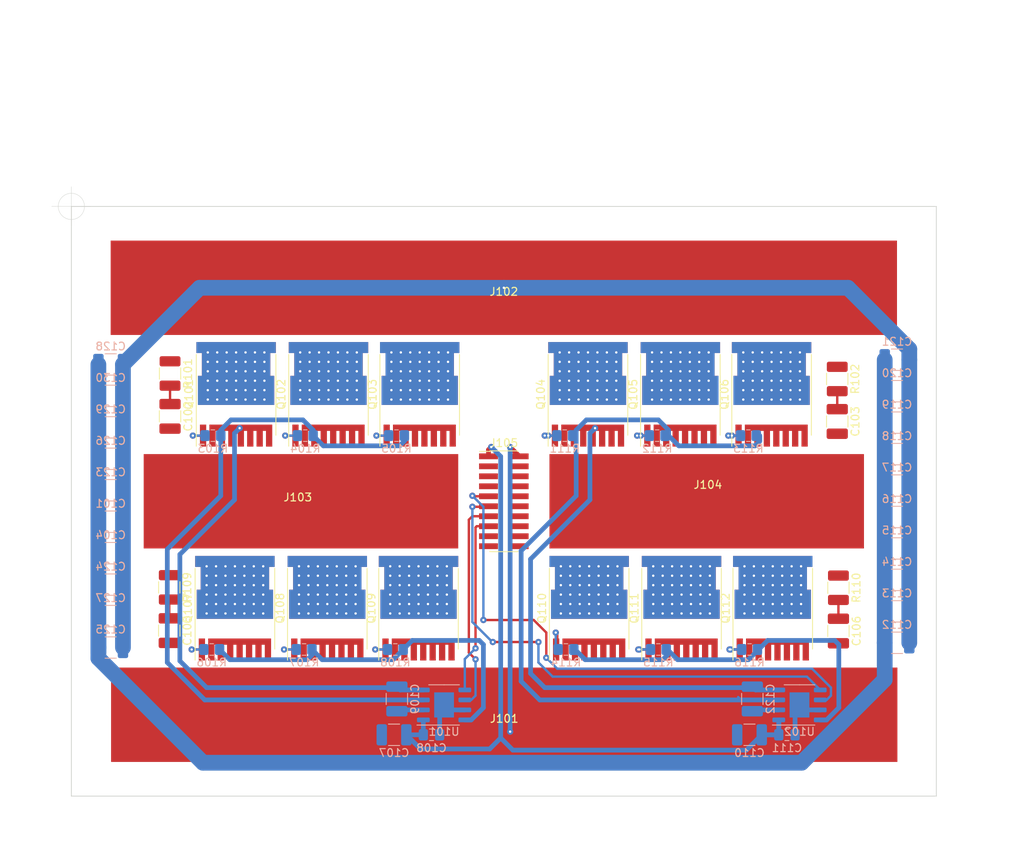
<source format=kicad_pcb>
(kicad_pcb (version 20171130) (host pcbnew 5.1.9)
  (layers (0 F.Cu signal) (31 B.Cu signal) (34 B.Paste user hide) (35 F.Paste user hide) (36 B.SilkS user hide) (37 F.SilkS user hide) (38 B.Mask user) (39 F.Mask user) (44 Edge.Cuts user))
  (net 0 "")
  (net 1 "Net-(C102-Pad1)")
  (net 2 /GH1_1)
  (net 3 /SL1)
  (net 4 /GL1_1)
  (net 5 /GH1_2)
  (net 6 /GL1_2)
  (net 7 /GH2_2)
  (net 8 /SL2)
  (net 9 /GL2_1)
  (net 10 /GL2_2)
  (net 11 GND)
  (net 12 /Vin)
  (net 13 /GH2_1)
  (net 14 "Net-(C105-Pad1)")
  (net 15 "Net-(C106-Pad1)")
  (net 16 "Net-(C103-Pad1)")
  (net 17 /GH1_3)
  (net 18 /GH2_3)
  (net 19 /GL1_3)
  (net 20 /GL3_3)
  (net 21 +15V)
  (net 22 "Net-(C109-Pad1)")
  (net 23 "Net-(C122-Pad1)")
  (net 24 /PWM_H1)
  (net 25 /PWM_L1)
  (net 26 /PWM_H2)
  (net 27 /PWM_L2)
  (net 28 "Net-(R103-Pad2)")
  (net 29 "Net-(R106-Pad2)")
  (net 30 "Net-(R111-Pad2)")
  (net 31 "Net-(R114-Pad2)")
  (module Package_TO_SOT_SMD:Infineon_PG-HSOF-8-1_ThermalVias (layer F.Cu) (at 167.95 90.9 90)
    (fp_text reference Q104 (at 0 -6 90) (layer F.SilkS))
    (fp_text value IPT015N10N5)
    (pad 3 smd custom (at 3.8 0 90) (size 2.9 8.7) (layers B.Cu) (net 12 /Vin) (options (clearance outline) (anchor rect)) (primitives (gr_poly (pts (xy 1.45 -5.05) (xy 2.85 -5.05) (xy 2.85 5.05) (xy 1.45 5.05)) (width 0)) (gr_poly (pts (xy -1.45 -4.85) (xy -5.15 -4.85) (xy -5.15 4.85) (xy -1.45 4.85)) (width 0))))
    (pad 3 smd custom (at 3.8 0 90) (size 2.9 8.7) (layers F.Cu F.Mask) (net 12 /Vin) (options (clearance outline) (anchor rect)) (primitives (gr_poly (pts (xy 1.45 -5.05) (xy 2.85 -5.05) (xy 2.85 5.05) (xy 1.45 5.05)) (width 0)) (gr_poly (pts (xy -1.45 -4.85) (xy -5.15 -4.85) (xy -5.15 4.85) (xy -1.45 4.85)) (width 0))))
    (pad 1 smd rect (at -5.25 -4.2 90) (size 2.8 0.8) (layers F.Cu F.Mask) (net 13 /GH2_1))
    (pad 2 smd custom (at -4.25 0.6 90) (size 0.8 8) (layers F.Cu F.Mask) (net 8 /SL2) (options (clearance outline) (anchor rect)) (primitives (gr_poly (pts (xy -0.4 -4) (xy -2.4 -4) (xy -2.4 -3.2) (xy -0.4 -3.2)) (width 0)) (gr_poly (pts (xy -0.4 -2.8) (xy -2.4 -2.8) (xy -2.4 -2) (xy -0.4 -2)) (width 0)) (gr_poly (pts (xy -0.4 -1.6) (xy -2.4 -1.6) (xy -2.4 -0.8) (xy -0.4 -0.8)) (width 0)) (gr_poly (pts (xy -0.4 -0.4) (xy -2.4 -0.4) (xy -2.4 0.4) (xy -0.4 0.4)) (width 0)) (gr_poly (pts (xy -0.4 0.8) (xy -2.4 0.8) (xy -2.4 1.6) (xy -0.4 1.6)) (width 0)) (gr_poly (pts (xy -0.4 2) (xy -2.4 2) (xy -2.4 2.8) (xy -0.4 2.8)) (width 0)) (gr_poly (pts (xy -0.4 3.2) (xy -2.4 3.2) (xy -2.4 4) (xy -0.4 4)) (width 0))))
    (pad 3 thru_hole circle (at 4.13 -3.6 90) (size 0.6 0.6) (drill 0.3) (layers *.Cu) (net 12 /Vin))
    (pad 3 thru_hole circle (at 5.33 -3.6 90) (size 0.6 0.6) (drill 0.3) (layers *.Cu) (net 12 /Vin))
    (pad 3 thru_hole circle (at 2.93 -3.6 90) (size 0.6 0.6) (drill 0.3) (layers *.Cu) (net 12 /Vin))
    (pad 3 thru_hole circle (at 0.53 -3.6 90) (size 0.6 0.6) (drill 0.3) (layers *.Cu) (net 12 /Vin))
    (pad 3 thru_hole circle (at -0.67 -3.6 90) (size 0.6 0.6) (drill 0.3) (layers *.Cu) (net 12 /Vin))
    (pad 3 thru_hole circle (at 1.73 -3.6 90) (size 0.6 0.6) (drill 0.3) (layers *.Cu) (net 12 /Vin))
    (pad 3 thru_hole circle (at 5.33 -2.4 90) (size 0.6 0.6) (drill 0.3) (layers *.Cu) (net 12 /Vin))
    (pad 3 thru_hole circle (at 4.13 -2.4 90) (size 0.6 0.6) (drill 0.3) (layers *.Cu) (net 12 /Vin))
    (pad 3 thru_hole circle (at 2.93 -2.4 90) (size 0.6 0.6) (drill 0.3) (layers *.Cu) (net 12 /Vin))
    (pad 3 thru_hole circle (at 1.73 -2.4 90) (size 0.6 0.6) (drill 0.3) (layers *.Cu) (net 12 /Vin))
    (pad 3 thru_hole circle (at -0.67 -2.4 90) (size 0.6 0.6) (drill 0.3) (layers *.Cu) (net 12 /Vin))
    (pad 3 thru_hole circle (at 0.53 -2.4 90) (size 0.6 0.6) (drill 0.3) (layers *.Cu) (net 12 /Vin))
    (pad 3 thru_hole circle (at -0.67 -1.2 90) (size 0.6 0.6) (drill 0.3) (layers *.Cu) (net 12 /Vin))
    (pad 3 thru_hole circle (at 0.53 -1.2 90) (size 0.6 0.6) (drill 0.3) (layers *.Cu) (net 12 /Vin))
    (pad 3 thru_hole circle (at 2.93 -1.2 90) (size 0.6 0.6) (drill 0.3) (layers *.Cu) (net 12 /Vin))
    (pad 3 thru_hole circle (at 1.73 -1.2 90) (size 0.6 0.6) (drill 0.3) (layers *.Cu) (net 12 /Vin))
    (pad 3 thru_hole circle (at 5.33 -1.2 90) (size 0.6 0.6) (drill 0.3) (layers *.Cu) (net 12 /Vin))
    (pad 3 thru_hole circle (at 4.13 -1.2 90) (size 0.6 0.6) (drill 0.3) (layers *.Cu) (net 12 /Vin))
    (pad 3 thru_hole circle (at 0.53 0 90) (size 0.6 0.6) (drill 0.3) (layers *.Cu) (net 12 /Vin))
    (pad 3 thru_hole circle (at -0.67 0 90) (size 0.6 0.6) (drill 0.3) (layers *.Cu) (net 12 /Vin))
    (pad 3 thru_hole circle (at 1.73 0 90) (size 0.6 0.6) (drill 0.3) (layers *.Cu) (net 12 /Vin))
    (pad 3 thru_hole circle (at 2.93 0 90) (size 0.6 0.6) (drill 0.3) (layers *.Cu) (net 12 /Vin))
    (pad 3 thru_hole circle (at 1.73 3.6 90) (size 0.6 0.6) (drill 0.3) (layers *.Cu) (net 12 /Vin))
    (pad 3 thru_hole circle (at 0.53 3.6 90) (size 0.6 0.6) (drill 0.3) (layers *.Cu) (net 12 /Vin))
    (pad 3 thru_hole circle (at 0.53 2.4 90) (size 0.6 0.6) (drill 0.3) (layers *.Cu) (net 12 /Vin))
    (pad 3 thru_hole circle (at -0.67 2.4 90) (size 0.6 0.6) (drill 0.3) (layers *.Cu) (net 12 /Vin))
    (pad 3 thru_hole circle (at -0.67 3.6 90) (size 0.6 0.6) (drill 0.3) (layers *.Cu) (net 12 /Vin))
    (pad 3 thru_hole circle (at 5.33 1.2 90) (size 0.6 0.6) (drill 0.3) (layers *.Cu) (net 12 /Vin))
    (pad 3 thru_hole circle (at 5.33 2.4 90) (size 0.6 0.6) (drill 0.3) (layers *.Cu) (net 12 /Vin))
    (pad 3 thru_hole circle (at 2.93 3.6 90) (size 0.6 0.6) (drill 0.3) (layers *.Cu) (net 12 /Vin))
    (pad 3 thru_hole circle (at 2.93 1.2 90) (size 0.6 0.6) (drill 0.3) (layers *.Cu) (net 12 /Vin))
    (pad 3 thru_hole circle (at 4.13 3.6 90) (size 0.6 0.6) (drill 0.3) (layers *.Cu) (net 12 /Vin))
    (pad 3 thru_hole circle (at 4.13 2.4 90) (size 0.6 0.6) (drill 0.3) (layers *.Cu) (net 12 /Vin))
    (pad 3 thru_hole circle (at 2.93 2.4 90) (size 0.6 0.6) (drill 0.3) (layers *.Cu) (net 12 /Vin))
    (pad 3 thru_hole circle (at 4.13 1.2 90) (size 0.6 0.6) (drill 0.3) (layers *.Cu) (net 12 /Vin))
    (pad 3 thru_hole circle (at 5.33 3.6 90) (size 0.6 0.6) (drill 0.3) (layers *.Cu) (net 12 /Vin))
    (pad 3 thru_hole circle (at 1.73 2.4 90) (size 0.6 0.6) (drill 0.3) (layers *.Cu) (net 12 /Vin))
    (pad 3 thru_hole circle (at 0.53 1.2 90) (size 0.6 0.6) (drill 0.3) (layers *.Cu) (net 12 /Vin))
    (pad 3 thru_hole circle (at 1.73 1.2 90) (size 0.6 0.6) (drill 0.3) (layers *.Cu) (net 12 /Vin))
    (pad 3 thru_hole circle (at -0.67 1.2 90) (size 0.6 0.6) (drill 0.3) (layers *.Cu) (net 12 /Vin))
    (pad 3 thru_hole circle (at 4.13 0 90) (size 0.6 0.6) (drill 0.3) (layers *.Cu) (net 12 /Vin))
    (pad 3 thru_hole circle (at 5.33 0 90) (size 0.6 0.6) (drill 0.3) (layers *.Cu) (net 12 /Vin))
  )
  (module Connector_PinHeader_1.27mm:PinHeader_2x10_P1.27mm_Vertical_SMD (layer F.Cu) (at 157.25 104.5)
    (fp_text reference J105 (at 0 -7.41) (layer F.SilkS))
    (fp_text value Conn_02x03_Odd_Even)
    (pad 20 smd rect (at 1.95 5.715) (size 2.4 0.74) (layers F.Cu F.Paste F.Mask))
    (pad 19 smd rect (at -1.95 5.715) (size 2.4 0.74) (layers F.Cu F.Paste F.Mask))
    (pad 18 smd rect (at 1.95 4.445) (size 2.4 0.74) (layers F.Cu F.Paste F.Mask))
    (pad 17 smd rect (at -1.95 4.445) (size 2.4 0.74) (layers F.Cu F.Paste F.Mask))
    (pad 16 smd rect (at 1.95 3.175) (size 2.4 0.74) (layers F.Cu F.Paste F.Mask))
    (pad 15 smd rect (at -1.95 3.175) (size 2.4 0.74) (layers F.Cu F.Paste F.Mask) (net 24 /PWM_H1))
    (pad 14 smd rect (at 1.95 1.905) (size 2.4 0.74) (layers F.Cu F.Paste F.Mask))
    (pad 13 smd rect (at -1.95 1.905) (size 2.4 0.74) (layers F.Cu F.Paste F.Mask) (net 25 /PWM_L1))
    (pad 12 smd rect (at 1.95 0.635) (size 2.4 0.74) (layers F.Cu F.Paste F.Mask))
    (pad 11 smd rect (at -1.95 0.635) (size 2.4 0.74) (layers F.Cu F.Paste F.Mask) (net 26 /PWM_H2))
    (pad 10 smd rect (at 1.95 -0.635) (size 2.4 0.74) (layers F.Cu F.Paste F.Mask))
    (pad 9 smd rect (at -1.95 -0.635) (size 2.4 0.74) (layers F.Cu F.Paste F.Mask) (net 27 /PWM_L2))
    (pad 8 smd rect (at 1.95 -1.905) (size 2.4 0.74) (layers F.Cu F.Paste F.Mask))
    (pad 7 smd rect (at -1.95 -1.905) (size 2.4 0.74) (layers F.Cu F.Paste F.Mask))
    (pad 6 smd rect (at 1.95 -3.175) (size 2.4 0.74) (layers F.Cu F.Paste F.Mask))
    (pad 5 smd rect (at -1.95 -3.175) (size 2.4 0.74) (layers F.Cu F.Paste F.Mask))
    (pad 4 smd rect (at 1.95 -4.445) (size 2.4 0.74) (layers F.Cu F.Paste F.Mask))
    (pad 3 smd rect (at -1.95 -4.445) (size 2.4 0.74) (layers F.Cu F.Paste F.Mask))
    (pad 2 smd rect (at 1.95 -5.715) (size 2.4 0.74) (layers F.Cu F.Paste F.Mask) (net 11 GND))
    (pad 1 smd rect (at -1.95 -5.715) (size 2.4 0.74) (layers F.Cu F.Paste F.Mask) (net 21 +15V))
  )
  (module Package_TO_SOT_SMD:Infineon_PG-HSOF-8-1_ThermalVias (layer F.Cu) (at 191.45 118.1 90)
    (fp_text reference Q112 (at 0 -6 90) (layer F.SilkS))
    (fp_text value IPT015N10N5)
    (pad 3 smd custom (at 3.8 0 90) (size 2.9 8.7) (layers B.Cu) (net 8 /SL2) (options (clearance outline) (anchor rect)) (primitives (gr_poly (pts (xy 1.45 -5.05) (xy 2.85 -5.05) (xy 2.85 5.05) (xy 1.45 5.05)) (width 0)) (gr_poly (pts (xy -1.45 -4.85) (xy -5.15 -4.85) (xy -5.15 4.85) (xy -1.45 4.85)) (width 0))))
    (pad 3 smd custom (at 3.8 0 90) (size 2.9 8.7) (layers F.Cu F.Mask) (net 8 /SL2) (options (clearance outline) (anchor rect)) (primitives (gr_poly (pts (xy 1.45 -5.05) (xy 2.85 -5.05) (xy 2.85 5.05) (xy 1.45 5.05)) (width 0)) (gr_poly (pts (xy -1.45 -4.85) (xy -5.15 -4.85) (xy -5.15 4.85) (xy -1.45 4.85)) (width 0))))
    (pad 1 smd rect (at -5.25 -4.2 90) (size 2.8 0.8) (layers F.Cu F.Mask) (net 20 /GL3_3))
    (pad 2 smd custom (at -4.25 0.6 90) (size 0.8 8) (layers F.Cu F.Mask) (net 11 GND) (options (clearance outline) (anchor rect)) (primitives (gr_poly (pts (xy -0.4 -4) (xy -2.4 -4) (xy -2.4 -3.2) (xy -0.4 -3.2)) (width 0)) (gr_poly (pts (xy -0.4 -2.8) (xy -2.4 -2.8) (xy -2.4 -2) (xy -0.4 -2)) (width 0)) (gr_poly (pts (xy -0.4 -1.6) (xy -2.4 -1.6) (xy -2.4 -0.8) (xy -0.4 -0.8)) (width 0)) (gr_poly (pts (xy -0.4 -0.4) (xy -2.4 -0.4) (xy -2.4 0.4) (xy -0.4 0.4)) (width 0)) (gr_poly (pts (xy -0.4 0.8) (xy -2.4 0.8) (xy -2.4 1.6) (xy -0.4 1.6)) (width 0)) (gr_poly (pts (xy -0.4 2) (xy -2.4 2) (xy -2.4 2.8) (xy -0.4 2.8)) (width 0)) (gr_poly (pts (xy -0.4 3.2) (xy -2.4 3.2) (xy -2.4 4) (xy -0.4 4)) (width 0))))
    (pad 3 thru_hole circle (at 4.13 -3.6 90) (size 0.6 0.6) (drill 0.3) (layers *.Cu) (net 8 /SL2))
    (pad 3 thru_hole circle (at 5.33 -3.6 90) (size 0.6 0.6) (drill 0.3) (layers *.Cu) (net 8 /SL2))
    (pad 3 thru_hole circle (at 2.93 -3.6 90) (size 0.6 0.6) (drill 0.3) (layers *.Cu) (net 8 /SL2))
    (pad 3 thru_hole circle (at 0.53 -3.6 90) (size 0.6 0.6) (drill 0.3) (layers *.Cu) (net 8 /SL2))
    (pad 3 thru_hole circle (at -0.67 -3.6 90) (size 0.6 0.6) (drill 0.3) (layers *.Cu) (net 8 /SL2))
    (pad 3 thru_hole circle (at 1.73 -3.6 90) (size 0.6 0.6) (drill 0.3) (layers *.Cu) (net 8 /SL2))
    (pad 3 thru_hole circle (at 5.33 -2.4 90) (size 0.6 0.6) (drill 0.3) (layers *.Cu) (net 8 /SL2))
    (pad 3 thru_hole circle (at 4.13 -2.4 90) (size 0.6 0.6) (drill 0.3) (layers *.Cu) (net 8 /SL2))
    (pad 3 thru_hole circle (at 2.93 -2.4 90) (size 0.6 0.6) (drill 0.3) (layers *.Cu) (net 8 /SL2))
    (pad 3 thru_hole circle (at 1.73 -2.4 90) (size 0.6 0.6) (drill 0.3) (layers *.Cu) (net 8 /SL2))
    (pad 3 thru_hole circle (at -0.67 -2.4 90) (size 0.6 0.6) (drill 0.3) (layers *.Cu) (net 8 /SL2))
    (pad 3 thru_hole circle (at 0.53 -2.4 90) (size 0.6 0.6) (drill 0.3) (layers *.Cu) (net 8 /SL2))
    (pad 3 thru_hole circle (at -0.67 -1.2 90) (size 0.6 0.6) (drill 0.3) (layers *.Cu) (net 8 /SL2))
    (pad 3 thru_hole circle (at 0.53 -1.2 90) (size 0.6 0.6) (drill 0.3) (layers *.Cu) (net 8 /SL2))
    (pad 3 thru_hole circle (at 2.93 -1.2 90) (size 0.6 0.6) (drill 0.3) (layers *.Cu) (net 8 /SL2))
    (pad 3 thru_hole circle (at 1.73 -1.2 90) (size 0.6 0.6) (drill 0.3) (layers *.Cu) (net 8 /SL2))
    (pad 3 thru_hole circle (at 5.33 -1.2 90) (size 0.6 0.6) (drill 0.3) (layers *.Cu) (net 8 /SL2))
    (pad 3 thru_hole circle (at 4.13 -1.2 90) (size 0.6 0.6) (drill 0.3) (layers *.Cu) (net 8 /SL2))
    (pad 3 thru_hole circle (at 0.53 0 90) (size 0.6 0.6) (drill 0.3) (layers *.Cu) (net 8 /SL2))
    (pad 3 thru_hole circle (at -0.67 0 90) (size 0.6 0.6) (drill 0.3) (layers *.Cu) (net 8 /SL2))
    (pad 3 thru_hole circle (at 1.73 0 90) (size 0.6 0.6) (drill 0.3) (layers *.Cu) (net 8 /SL2))
    (pad 3 thru_hole circle (at 2.93 0 90) (size 0.6 0.6) (drill 0.3) (layers *.Cu) (net 8 /SL2))
    (pad 3 thru_hole circle (at 1.73 3.6 90) (size 0.6 0.6) (drill 0.3) (layers *.Cu) (net 8 /SL2))
    (pad 3 thru_hole circle (at 0.53 3.6 90) (size 0.6 0.6) (drill 0.3) (layers *.Cu) (net 8 /SL2))
    (pad 3 thru_hole circle (at 0.53 2.4 90) (size 0.6 0.6) (drill 0.3) (layers *.Cu) (net 8 /SL2))
    (pad 3 thru_hole circle (at -0.67 2.4 90) (size 0.6 0.6) (drill 0.3) (layers *.Cu) (net 8 /SL2))
    (pad 3 thru_hole circle (at -0.67 3.6 90) (size 0.6 0.6) (drill 0.3) (layers *.Cu) (net 8 /SL2))
    (pad 3 thru_hole circle (at 5.33 1.2 90) (size 0.6 0.6) (drill 0.3) (layers *.Cu) (net 8 /SL2))
    (pad 3 thru_hole circle (at 5.33 2.4 90) (size 0.6 0.6) (drill 0.3) (layers *.Cu) (net 8 /SL2))
    (pad 3 thru_hole circle (at 2.93 3.6 90) (size 0.6 0.6) (drill 0.3) (layers *.Cu) (net 8 /SL2))
    (pad 3 thru_hole circle (at 2.93 1.2 90) (size 0.6 0.6) (drill 0.3) (layers *.Cu) (net 8 /SL2))
    (pad 3 thru_hole circle (at 4.13 3.6 90) (size 0.6 0.6) (drill 0.3) (layers *.Cu) (net 8 /SL2))
    (pad 3 thru_hole circle (at 4.13 2.4 90) (size 0.6 0.6) (drill 0.3) (layers *.Cu) (net 8 /SL2))
    (pad 3 thru_hole circle (at 2.93 2.4 90) (size 0.6 0.6) (drill 0.3) (layers *.Cu) (net 8 /SL2))
    (pad 3 thru_hole circle (at 4.13 1.2 90) (size 0.6 0.6) (drill 0.3) (layers *.Cu) (net 8 /SL2))
    (pad 3 thru_hole circle (at 5.33 3.6 90) (size 0.6 0.6) (drill 0.3) (layers *.Cu) (net 8 /SL2))
    (pad 3 thru_hole circle (at 1.73 2.4 90) (size 0.6 0.6) (drill 0.3) (layers *.Cu) (net 8 /SL2))
    (pad 3 thru_hole circle (at 0.53 1.2 90) (size 0.6 0.6) (drill 0.3) (layers *.Cu) (net 8 /SL2))
    (pad 3 thru_hole circle (at 1.73 1.2 90) (size 0.6 0.6) (drill 0.3) (layers *.Cu) (net 8 /SL2))
    (pad 3 thru_hole circle (at -0.67 1.2 90) (size 0.6 0.6) (drill 0.3) (layers *.Cu) (net 8 /SL2))
    (pad 3 thru_hole circle (at 4.13 0 90) (size 0.6 0.6) (drill 0.3) (layers *.Cu) (net 8 /SL2))
    (pad 3 thru_hole circle (at 5.33 0 90) (size 0.6 0.6) (drill 0.3) (layers *.Cu) (net 8 /SL2))
  )
  (module Package_TO_SOT_SMD:Infineon_PG-HSOF-8-1_ThermalVias (layer F.Cu) (at 179.85 118.1 90)
    (fp_text reference Q111 (at 0 -6 90) (layer F.SilkS))
    (fp_text value IPT015N10N5)
    (pad 3 smd custom (at 3.8 0 90) (size 2.9 8.7) (layers B.Cu) (net 8 /SL2) (options (clearance outline) (anchor rect)) (primitives (gr_poly (pts (xy 1.45 -5.05) (xy 2.85 -5.05) (xy 2.85 5.05) (xy 1.45 5.05)) (width 0)) (gr_poly (pts (xy -1.45 -4.85) (xy -5.15 -4.85) (xy -5.15 4.85) (xy -1.45 4.85)) (width 0))))
    (pad 3 smd custom (at 3.8 0 90) (size 2.9 8.7) (layers F.Cu F.Mask) (net 8 /SL2) (options (clearance outline) (anchor rect)) (primitives (gr_poly (pts (xy 1.45 -5.05) (xy 2.85 -5.05) (xy 2.85 5.05) (xy 1.45 5.05)) (width 0)) (gr_poly (pts (xy -1.45 -4.85) (xy -5.15 -4.85) (xy -5.15 4.85) (xy -1.45 4.85)) (width 0))))
    (pad 1 smd rect (at -5.25 -4.2 90) (size 2.8 0.8) (layers F.Cu F.Mask) (net 10 /GL2_2))
    (pad 2 smd custom (at -4.25 0.6 90) (size 0.8 8) (layers F.Cu F.Mask) (net 11 GND) (options (clearance outline) (anchor rect)) (primitives (gr_poly (pts (xy -0.4 -4) (xy -2.4 -4) (xy -2.4 -3.2) (xy -0.4 -3.2)) (width 0)) (gr_poly (pts (xy -0.4 -2.8) (xy -2.4 -2.8) (xy -2.4 -2) (xy -0.4 -2)) (width 0)) (gr_poly (pts (xy -0.4 -1.6) (xy -2.4 -1.6) (xy -2.4 -0.8) (xy -0.4 -0.8)) (width 0)) (gr_poly (pts (xy -0.4 -0.4) (xy -2.4 -0.4) (xy -2.4 0.4) (xy -0.4 0.4)) (width 0)) (gr_poly (pts (xy -0.4 0.8) (xy -2.4 0.8) (xy -2.4 1.6) (xy -0.4 1.6)) (width 0)) (gr_poly (pts (xy -0.4 2) (xy -2.4 2) (xy -2.4 2.8) (xy -0.4 2.8)) (width 0)) (gr_poly (pts (xy -0.4 3.2) (xy -2.4 3.2) (xy -2.4 4) (xy -0.4 4)) (width 0))))
    (pad 3 thru_hole circle (at 4.13 -3.6 90) (size 0.6 0.6) (drill 0.3) (layers *.Cu) (net 8 /SL2))
    (pad 3 thru_hole circle (at 5.33 -3.6 90) (size 0.6 0.6) (drill 0.3) (layers *.Cu) (net 8 /SL2))
    (pad 3 thru_hole circle (at 2.93 -3.6 90) (size 0.6 0.6) (drill 0.3) (layers *.Cu) (net 8 /SL2))
    (pad 3 thru_hole circle (at 0.53 -3.6 90) (size 0.6 0.6) (drill 0.3) (layers *.Cu) (net 8 /SL2))
    (pad 3 thru_hole circle (at -0.67 -3.6 90) (size 0.6 0.6) (drill 0.3) (layers *.Cu) (net 8 /SL2))
    (pad 3 thru_hole circle (at 1.73 -3.6 90) (size 0.6 0.6) (drill 0.3) (layers *.Cu) (net 8 /SL2))
    (pad 3 thru_hole circle (at 5.33 -2.4 90) (size 0.6 0.6) (drill 0.3) (layers *.Cu) (net 8 /SL2))
    (pad 3 thru_hole circle (at 4.13 -2.4 90) (size 0.6 0.6) (drill 0.3) (layers *.Cu) (net 8 /SL2))
    (pad 3 thru_hole circle (at 2.93 -2.4 90) (size 0.6 0.6) (drill 0.3) (layers *.Cu) (net 8 /SL2))
    (pad 3 thru_hole circle (at 1.73 -2.4 90) (size 0.6 0.6) (drill 0.3) (layers *.Cu) (net 8 /SL2))
    (pad 3 thru_hole circle (at -0.67 -2.4 90) (size 0.6 0.6) (drill 0.3) (layers *.Cu) (net 8 /SL2))
    (pad 3 thru_hole circle (at 0.53 -2.4 90) (size 0.6 0.6) (drill 0.3) (layers *.Cu) (net 8 /SL2))
    (pad 3 thru_hole circle (at -0.67 -1.2 90) (size 0.6 0.6) (drill 0.3) (layers *.Cu) (net 8 /SL2))
    (pad 3 thru_hole circle (at 0.53 -1.2 90) (size 0.6 0.6) (drill 0.3) (layers *.Cu) (net 8 /SL2))
    (pad 3 thru_hole circle (at 2.93 -1.2 90) (size 0.6 0.6) (drill 0.3) (layers *.Cu) (net 8 /SL2))
    (pad 3 thru_hole circle (at 1.73 -1.2 90) (size 0.6 0.6) (drill 0.3) (layers *.Cu) (net 8 /SL2))
    (pad 3 thru_hole circle (at 5.33 -1.2 90) (size 0.6 0.6) (drill 0.3) (layers *.Cu) (net 8 /SL2))
    (pad 3 thru_hole circle (at 4.13 -1.2 90) (size 0.6 0.6) (drill 0.3) (layers *.Cu) (net 8 /SL2))
    (pad 3 thru_hole circle (at 0.53 0 90) (size 0.6 0.6) (drill 0.3) (layers *.Cu) (net 8 /SL2))
    (pad 3 thru_hole circle (at -0.67 0 90) (size 0.6 0.6) (drill 0.3) (layers *.Cu) (net 8 /SL2))
    (pad 3 thru_hole circle (at 1.73 0 90) (size 0.6 0.6) (drill 0.3) (layers *.Cu) (net 8 /SL2))
    (pad 3 thru_hole circle (at 2.93 0 90) (size 0.6 0.6) (drill 0.3) (layers *.Cu) (net 8 /SL2))
    (pad 3 thru_hole circle (at 1.73 3.6 90) (size 0.6 0.6) (drill 0.3) (layers *.Cu) (net 8 /SL2))
    (pad 3 thru_hole circle (at 0.53 3.6 90) (size 0.6 0.6) (drill 0.3) (layers *.Cu) (net 8 /SL2))
    (pad 3 thru_hole circle (at 0.53 2.4 90) (size 0.6 0.6) (drill 0.3) (layers *.Cu) (net 8 /SL2))
    (pad 3 thru_hole circle (at -0.67 2.4 90) (size 0.6 0.6) (drill 0.3) (layers *.Cu) (net 8 /SL2))
    (pad 3 thru_hole circle (at -0.67 3.6 90) (size 0.6 0.6) (drill 0.3) (layers *.Cu) (net 8 /SL2))
    (pad 3 thru_hole circle (at 5.33 1.2 90) (size 0.6 0.6) (drill 0.3) (layers *.Cu) (net 8 /SL2))
    (pad 3 thru_hole circle (at 5.33 2.4 90) (size 0.6 0.6) (drill 0.3) (layers *.Cu) (net 8 /SL2))
    (pad 3 thru_hole circle (at 2.93 3.6 90) (size 0.6 0.6) (drill 0.3) (layers *.Cu) (net 8 /SL2))
    (pad 3 thru_hole circle (at 2.93 1.2 90) (size 0.6 0.6) (drill 0.3) (layers *.Cu) (net 8 /SL2))
    (pad 3 thru_hole circle (at 4.13 3.6 90) (size 0.6 0.6) (drill 0.3) (layers *.Cu) (net 8 /SL2))
    (pad 3 thru_hole circle (at 4.13 2.4 90) (size 0.6 0.6) (drill 0.3) (layers *.Cu) (net 8 /SL2))
    (pad 3 thru_hole circle (at 2.93 2.4 90) (size 0.6 0.6) (drill 0.3) (layers *.Cu) (net 8 /SL2))
    (pad 3 thru_hole circle (at 4.13 1.2 90) (size 0.6 0.6) (drill 0.3) (layers *.Cu) (net 8 /SL2))
    (pad 3 thru_hole circle (at 5.33 3.6 90) (size 0.6 0.6) (drill 0.3) (layers *.Cu) (net 8 /SL2))
    (pad 3 thru_hole circle (at 1.73 2.4 90) (size 0.6 0.6) (drill 0.3) (layers *.Cu) (net 8 /SL2))
    (pad 3 thru_hole circle (at 0.53 1.2 90) (size 0.6 0.6) (drill 0.3) (layers *.Cu) (net 8 /SL2))
    (pad 3 thru_hole circle (at 1.73 1.2 90) (size 0.6 0.6) (drill 0.3) (layers *.Cu) (net 8 /SL2))
    (pad 3 thru_hole circle (at -0.67 1.2 90) (size 0.6 0.6) (drill 0.3) (layers *.Cu) (net 8 /SL2))
    (pad 3 thru_hole circle (at 4.13 0 90) (size 0.6 0.6) (drill 0.3) (layers *.Cu) (net 8 /SL2))
    (pad 3 thru_hole circle (at 5.33 0 90) (size 0.6 0.6) (drill 0.3) (layers *.Cu) (net 8 /SL2))
  )
  (module Package_TO_SOT_SMD:Infineon_PG-HSOF-8-1_ThermalVias (layer F.Cu) (at 168.1 118.1 90)
    (fp_text reference Q110 (at 0 -6 90) (layer F.SilkS))
    (fp_text value IPT015N10N5)
    (pad 3 smd custom (at 3.8 0 90) (size 2.9 8.7) (layers B.Cu) (net 8 /SL2) (options (clearance outline) (anchor rect)) (primitives (gr_poly (pts (xy 1.45 -5.05) (xy 2.85 -5.05) (xy 2.85 5.05) (xy 1.45 5.05)) (width 0)) (gr_poly (pts (xy -1.45 -4.85) (xy -5.15 -4.85) (xy -5.15 4.85) (xy -1.45 4.85)) (width 0))))
    (pad 3 smd custom (at 3.8 0 90) (size 2.9 8.7) (layers F.Cu F.Mask) (net 8 /SL2) (options (clearance outline) (anchor rect)) (primitives (gr_poly (pts (xy 1.45 -5.05) (xy 2.85 -5.05) (xy 2.85 5.05) (xy 1.45 5.05)) (width 0)) (gr_poly (pts (xy -1.45 -4.85) (xy -5.15 -4.85) (xy -5.15 4.85) (xy -1.45 4.85)) (width 0))))
    (pad 1 smd rect (at -5.25 -4.2 90) (size 2.8 0.8) (layers F.Cu F.Mask) (net 9 /GL2_1))
    (pad 2 smd custom (at -4.25 0.6 90) (size 0.8 8) (layers F.Cu F.Mask) (net 11 GND) (options (clearance outline) (anchor rect)) (primitives (gr_poly (pts (xy -0.4 -4) (xy -2.4 -4) (xy -2.4 -3.2) (xy -0.4 -3.2)) (width 0)) (gr_poly (pts (xy -0.4 -2.8) (xy -2.4 -2.8) (xy -2.4 -2) (xy -0.4 -2)) (width 0)) (gr_poly (pts (xy -0.4 -1.6) (xy -2.4 -1.6) (xy -2.4 -0.8) (xy -0.4 -0.8)) (width 0)) (gr_poly (pts (xy -0.4 -0.4) (xy -2.4 -0.4) (xy -2.4 0.4) (xy -0.4 0.4)) (width 0)) (gr_poly (pts (xy -0.4 0.8) (xy -2.4 0.8) (xy -2.4 1.6) (xy -0.4 1.6)) (width 0)) (gr_poly (pts (xy -0.4 2) (xy -2.4 2) (xy -2.4 2.8) (xy -0.4 2.8)) (width 0)) (gr_poly (pts (xy -0.4 3.2) (xy -2.4 3.2) (xy -2.4 4) (xy -0.4 4)) (width 0))))
    (pad 3 thru_hole circle (at 4.13 -3.6 90) (size 0.6 0.6) (drill 0.3) (layers *.Cu) (net 8 /SL2))
    (pad 3 thru_hole circle (at 5.33 -3.6 90) (size 0.6 0.6) (drill 0.3) (layers *.Cu) (net 8 /SL2))
    (pad 3 thru_hole circle (at 2.93 -3.6 90) (size 0.6 0.6) (drill 0.3) (layers *.Cu) (net 8 /SL2))
    (pad 3 thru_hole circle (at 0.53 -3.6 90) (size 0.6 0.6) (drill 0.3) (layers *.Cu) (net 8 /SL2))
    (pad 3 thru_hole circle (at -0.67 -3.6 90) (size 0.6 0.6) (drill 0.3) (layers *.Cu) (net 8 /SL2))
    (pad 3 thru_hole circle (at 1.73 -3.6 90) (size 0.6 0.6) (drill 0.3) (layers *.Cu) (net 8 /SL2))
    (pad 3 thru_hole circle (at 5.33 -2.4 90) (size 0.6 0.6) (drill 0.3) (layers *.Cu) (net 8 /SL2))
    (pad 3 thru_hole circle (at 4.13 -2.4 90) (size 0.6 0.6) (drill 0.3) (layers *.Cu) (net 8 /SL2))
    (pad 3 thru_hole circle (at 2.93 -2.4 90) (size 0.6 0.6) (drill 0.3) (layers *.Cu) (net 8 /SL2))
    (pad 3 thru_hole circle (at 1.73 -2.4 90) (size 0.6 0.6) (drill 0.3) (layers *.Cu) (net 8 /SL2))
    (pad 3 thru_hole circle (at -0.67 -2.4 90) (size 0.6 0.6) (drill 0.3) (layers *.Cu) (net 8 /SL2))
    (pad 3 thru_hole circle (at 0.53 -2.4 90) (size 0.6 0.6) (drill 0.3) (layers *.Cu) (net 8 /SL2))
    (pad 3 thru_hole circle (at -0.67 -1.2 90) (size 0.6 0.6) (drill 0.3) (layers *.Cu) (net 8 /SL2))
    (pad 3 thru_hole circle (at 0.53 -1.2 90) (size 0.6 0.6) (drill 0.3) (layers *.Cu) (net 8 /SL2))
    (pad 3 thru_hole circle (at 2.93 -1.2 90) (size 0.6 0.6) (drill 0.3) (layers *.Cu) (net 8 /SL2))
    (pad 3 thru_hole circle (at 1.73 -1.2 90) (size 0.6 0.6) (drill 0.3) (layers *.Cu) (net 8 /SL2))
    (pad 3 thru_hole circle (at 5.33 -1.2 90) (size 0.6 0.6) (drill 0.3) (layers *.Cu) (net 8 /SL2))
    (pad 3 thru_hole circle (at 4.13 -1.2 90) (size 0.6 0.6) (drill 0.3) (layers *.Cu) (net 8 /SL2))
    (pad 3 thru_hole circle (at 0.53 0 90) (size 0.6 0.6) (drill 0.3) (layers *.Cu) (net 8 /SL2))
    (pad 3 thru_hole circle (at -0.67 0 90) (size 0.6 0.6) (drill 0.3) (layers *.Cu) (net 8 /SL2))
    (pad 3 thru_hole circle (at 1.73 0 90) (size 0.6 0.6) (drill 0.3) (layers *.Cu) (net 8 /SL2))
    (pad 3 thru_hole circle (at 2.93 0 90) (size 0.6 0.6) (drill 0.3) (layers *.Cu) (net 8 /SL2))
    (pad 3 thru_hole circle (at 1.73 3.6 90) (size 0.6 0.6) (drill 0.3) (layers *.Cu) (net 8 /SL2))
    (pad 3 thru_hole circle (at 0.53 3.6 90) (size 0.6 0.6) (drill 0.3) (layers *.Cu) (net 8 /SL2))
    (pad 3 thru_hole circle (at 0.53 2.4 90) (size 0.6 0.6) (drill 0.3) (layers *.Cu) (net 8 /SL2))
    (pad 3 thru_hole circle (at -0.67 2.4 90) (size 0.6 0.6) (drill 0.3) (layers *.Cu) (net 8 /SL2))
    (pad 3 thru_hole circle (at -0.67 3.6 90) (size 0.6 0.6) (drill 0.3) (layers *.Cu) (net 8 /SL2))
    (pad 3 thru_hole circle (at 5.33 1.2 90) (size 0.6 0.6) (drill 0.3) (layers *.Cu) (net 8 /SL2))
    (pad 3 thru_hole circle (at 5.33 2.4 90) (size 0.6 0.6) (drill 0.3) (layers *.Cu) (net 8 /SL2))
    (pad 3 thru_hole circle (at 2.93 3.6 90) (size 0.6 0.6) (drill 0.3) (layers *.Cu) (net 8 /SL2))
    (pad 3 thru_hole circle (at 2.93 1.2 90) (size 0.6 0.6) (drill 0.3) (layers *.Cu) (net 8 /SL2))
    (pad 3 thru_hole circle (at 4.13 3.6 90) (size 0.6 0.6) (drill 0.3) (layers *.Cu) (net 8 /SL2))
    (pad 3 thru_hole circle (at 4.13 2.4 90) (size 0.6 0.6) (drill 0.3) (layers *.Cu) (net 8 /SL2))
    (pad 3 thru_hole circle (at 2.93 2.4 90) (size 0.6 0.6) (drill 0.3) (layers *.Cu) (net 8 /SL2))
    (pad 3 thru_hole circle (at 4.13 1.2 90) (size 0.6 0.6) (drill 0.3) (layers *.Cu) (net 8 /SL2))
    (pad 3 thru_hole circle (at 5.33 3.6 90) (size 0.6 0.6) (drill 0.3) (layers *.Cu) (net 8 /SL2))
    (pad 3 thru_hole circle (at 1.73 2.4 90) (size 0.6 0.6) (drill 0.3) (layers *.Cu) (net 8 /SL2))
    (pad 3 thru_hole circle (at 0.53 1.2 90) (size 0.6 0.6) (drill 0.3) (layers *.Cu) (net 8 /SL2))
    (pad 3 thru_hole circle (at 1.73 1.2 90) (size 0.6 0.6) (drill 0.3) (layers *.Cu) (net 8 /SL2))
    (pad 3 thru_hole circle (at -0.67 1.2 90) (size 0.6 0.6) (drill 0.3) (layers *.Cu) (net 8 /SL2))
    (pad 3 thru_hole circle (at 4.13 0 90) (size 0.6 0.6) (drill 0.3) (layers *.Cu) (net 8 /SL2))
    (pad 3 thru_hole circle (at 5.33 0 90) (size 0.6 0.6) (drill 0.3) (layers *.Cu) (net 8 /SL2))
  )
  (module Package_TO_SOT_SMD:Infineon_PG-HSOF-8-1_ThermalVias (layer F.Cu) (at 146.4 118.1 90)
    (fp_text reference Q109 (at 0 -6 90) (layer F.SilkS))
    (fp_text value IPT015N10N5)
    (pad 3 smd custom (at 3.8 0 90) (size 2.9 8.7) (layers B.Cu) (net 3 /SL1) (options (clearance outline) (anchor rect)) (primitives (gr_poly (pts (xy 1.45 -5.05) (xy 2.85 -5.05) (xy 2.85 5.05) (xy 1.45 5.05)) (width 0)) (gr_poly (pts (xy -1.45 -4.85) (xy -5.15 -4.85) (xy -5.15 4.85) (xy -1.45 4.85)) (width 0))))
    (pad 3 smd custom (at 3.8 0 90) (size 2.9 8.7) (layers F.Cu F.Mask) (net 3 /SL1) (options (clearance outline) (anchor rect)) (primitives (gr_poly (pts (xy 1.45 -5.05) (xy 2.85 -5.05) (xy 2.85 5.05) (xy 1.45 5.05)) (width 0)) (gr_poly (pts (xy -1.45 -4.85) (xy -5.15 -4.85) (xy -5.15 4.85) (xy -1.45 4.85)) (width 0))))
    (pad 1 smd rect (at -5.25 -4.2 90) (size 2.8 0.8) (layers F.Cu F.Mask) (net 19 /GL1_3))
    (pad 2 smd custom (at -4.25 0.6 90) (size 0.8 8) (layers F.Cu F.Mask) (net 11 GND) (options (clearance outline) (anchor rect)) (primitives (gr_poly (pts (xy -0.4 -4) (xy -2.4 -4) (xy -2.4 -3.2) (xy -0.4 -3.2)) (width 0)) (gr_poly (pts (xy -0.4 -2.8) (xy -2.4 -2.8) (xy -2.4 -2) (xy -0.4 -2)) (width 0)) (gr_poly (pts (xy -0.4 -1.6) (xy -2.4 -1.6) (xy -2.4 -0.8) (xy -0.4 -0.8)) (width 0)) (gr_poly (pts (xy -0.4 -0.4) (xy -2.4 -0.4) (xy -2.4 0.4) (xy -0.4 0.4)) (width 0)) (gr_poly (pts (xy -0.4 0.8) (xy -2.4 0.8) (xy -2.4 1.6) (xy -0.4 1.6)) (width 0)) (gr_poly (pts (xy -0.4 2) (xy -2.4 2) (xy -2.4 2.8) (xy -0.4 2.8)) (width 0)) (gr_poly (pts (xy -0.4 3.2) (xy -2.4 3.2) (xy -2.4 4) (xy -0.4 4)) (width 0))))
    (pad 3 thru_hole circle (at 4.13 -3.6 90) (size 0.6 0.6) (drill 0.3) (layers *.Cu) (net 3 /SL1))
    (pad 3 thru_hole circle (at 5.33 -3.6 90) (size 0.6 0.6) (drill 0.3) (layers *.Cu) (net 3 /SL1))
    (pad 3 thru_hole circle (at 2.93 -3.6 90) (size 0.6 0.6) (drill 0.3) (layers *.Cu) (net 3 /SL1))
    (pad 3 thru_hole circle (at 0.53 -3.6 90) (size 0.6 0.6) (drill 0.3) (layers *.Cu) (net 3 /SL1))
    (pad 3 thru_hole circle (at -0.67 -3.6 90) (size 0.6 0.6) (drill 0.3) (layers *.Cu) (net 3 /SL1))
    (pad 3 thru_hole circle (at 1.73 -3.6 90) (size 0.6 0.6) (drill 0.3) (layers *.Cu) (net 3 /SL1))
    (pad 3 thru_hole circle (at 5.33 -2.4 90) (size 0.6 0.6) (drill 0.3) (layers *.Cu) (net 3 /SL1))
    (pad 3 thru_hole circle (at 4.13 -2.4 90) (size 0.6 0.6) (drill 0.3) (layers *.Cu) (net 3 /SL1))
    (pad 3 thru_hole circle (at 2.93 -2.4 90) (size 0.6 0.6) (drill 0.3) (layers *.Cu) (net 3 /SL1))
    (pad 3 thru_hole circle (at 1.73 -2.4 90) (size 0.6 0.6) (drill 0.3) (layers *.Cu) (net 3 /SL1))
    (pad 3 thru_hole circle (at -0.67 -2.4 90) (size 0.6 0.6) (drill 0.3) (layers *.Cu) (net 3 /SL1))
    (pad 3 thru_hole circle (at 0.53 -2.4 90) (size 0.6 0.6) (drill 0.3) (layers *.Cu) (net 3 /SL1))
    (pad 3 thru_hole circle (at -0.67 -1.2 90) (size 0.6 0.6) (drill 0.3) (layers *.Cu) (net 3 /SL1))
    (pad 3 thru_hole circle (at 0.53 -1.2 90) (size 0.6 0.6) (drill 0.3) (layers *.Cu) (net 3 /SL1))
    (pad 3 thru_hole circle (at 2.93 -1.2 90) (size 0.6 0.6) (drill 0.3) (layers *.Cu) (net 3 /SL1))
    (pad 3 thru_hole circle (at 1.73 -1.2 90) (size 0.6 0.6) (drill 0.3) (layers *.Cu) (net 3 /SL1))
    (pad 3 thru_hole circle (at 5.33 -1.2 90) (size 0.6 0.6) (drill 0.3) (layers *.Cu) (net 3 /SL1))
    (pad 3 thru_hole circle (at 4.13 -1.2 90) (size 0.6 0.6) (drill 0.3) (layers *.Cu) (net 3 /SL1))
    (pad 3 thru_hole circle (at 0.53 0 90) (size 0.6 0.6) (drill 0.3) (layers *.Cu) (net 3 /SL1))
    (pad 3 thru_hole circle (at -0.67 0 90) (size 0.6 0.6) (drill 0.3) (layers *.Cu) (net 3 /SL1))
    (pad 3 thru_hole circle (at 1.73 0 90) (size 0.6 0.6) (drill 0.3) (layers *.Cu) (net 3 /SL1))
    (pad 3 thru_hole circle (at 2.93 0 90) (size 0.6 0.6) (drill 0.3) (layers *.Cu) (net 3 /SL1))
    (pad 3 thru_hole circle (at 1.73 3.6 90) (size 0.6 0.6) (drill 0.3) (layers *.Cu) (net 3 /SL1))
    (pad 3 thru_hole circle (at 0.53 3.6 90) (size 0.6 0.6) (drill 0.3) (layers *.Cu) (net 3 /SL1))
    (pad 3 thru_hole circle (at 0.53 2.4 90) (size 0.6 0.6) (drill 0.3) (layers *.Cu) (net 3 /SL1))
    (pad 3 thru_hole circle (at -0.67 2.4 90) (size 0.6 0.6) (drill 0.3) (layers *.Cu) (net 3 /SL1))
    (pad 3 thru_hole circle (at -0.67 3.6 90) (size 0.6 0.6) (drill 0.3) (layers *.Cu) (net 3 /SL1))
    (pad 3 thru_hole circle (at 5.33 1.2 90) (size 0.6 0.6) (drill 0.3) (layers *.Cu) (net 3 /SL1))
    (pad 3 thru_hole circle (at 5.33 2.4 90) (size 0.6 0.6) (drill 0.3) (layers *.Cu) (net 3 /SL1))
    (pad 3 thru_hole circle (at 2.93 3.6 90) (size 0.6 0.6) (drill 0.3) (layers *.Cu) (net 3 /SL1))
    (pad 3 thru_hole circle (at 2.93 1.2 90) (size 0.6 0.6) (drill 0.3) (layers *.Cu) (net 3 /SL1))
    (pad 3 thru_hole circle (at 4.13 3.6 90) (size 0.6 0.6) (drill 0.3) (layers *.Cu) (net 3 /SL1))
    (pad 3 thru_hole circle (at 4.13 2.4 90) (size 0.6 0.6) (drill 0.3) (layers *.Cu) (net 3 /SL1))
    (pad 3 thru_hole circle (at 2.93 2.4 90) (size 0.6 0.6) (drill 0.3) (layers *.Cu) (net 3 /SL1))
    (pad 3 thru_hole circle (at 4.13 1.2 90) (size 0.6 0.6) (drill 0.3) (layers *.Cu) (net 3 /SL1))
    (pad 3 thru_hole circle (at 5.33 3.6 90) (size 0.6 0.6) (drill 0.3) (layers *.Cu) (net 3 /SL1))
    (pad 3 thru_hole circle (at 1.73 2.4 90) (size 0.6 0.6) (drill 0.3) (layers *.Cu) (net 3 /SL1))
    (pad 3 thru_hole circle (at 0.53 1.2 90) (size 0.6 0.6) (drill 0.3) (layers *.Cu) (net 3 /SL1))
    (pad 3 thru_hole circle (at 1.73 1.2 90) (size 0.6 0.6) (drill 0.3) (layers *.Cu) (net 3 /SL1))
    (pad 3 thru_hole circle (at -0.67 1.2 90) (size 0.6 0.6) (drill 0.3) (layers *.Cu) (net 3 /SL1))
    (pad 3 thru_hole circle (at 4.13 0 90) (size 0.6 0.6) (drill 0.3) (layers *.Cu) (net 3 /SL1))
    (pad 3 thru_hole circle (at 5.33 0 90) (size 0.6 0.6) (drill 0.3) (layers *.Cu) (net 3 /SL1))
  )
  (module Package_TO_SOT_SMD:Infineon_PG-HSOF-8-1_ThermalVias (layer F.Cu) (at 134.8 118.1 90)
    (fp_text reference Q108 (at 0 -6 90) (layer F.SilkS))
    (fp_text value IPT015N10N5)
    (pad 3 smd custom (at 3.8 0 90) (size 2.9 8.7) (layers B.Cu) (net 3 /SL1) (options (clearance outline) (anchor rect)) (primitives (gr_poly (pts (xy 1.45 -5.05) (xy 2.85 -5.05) (xy 2.85 5.05) (xy 1.45 5.05)) (width 0)) (gr_poly (pts (xy -1.45 -4.85) (xy -5.15 -4.85) (xy -5.15 4.85) (xy -1.45 4.85)) (width 0))))
    (pad 3 smd custom (at 3.8 0 90) (size 2.9 8.7) (layers F.Cu F.Mask) (net 3 /SL1) (options (clearance outline) (anchor rect)) (primitives (gr_poly (pts (xy 1.45 -5.05) (xy 2.85 -5.05) (xy 2.85 5.05) (xy 1.45 5.05)) (width 0)) (gr_poly (pts (xy -1.45 -4.85) (xy -5.15 -4.85) (xy -5.15 4.85) (xy -1.45 4.85)) (width 0))))
    (pad 1 smd rect (at -5.25 -4.2 90) (size 2.8 0.8) (layers F.Cu F.Mask) (net 6 /GL1_2))
    (pad 2 smd custom (at -4.25 0.6 90) (size 0.8 8) (layers F.Cu F.Mask) (net 11 GND) (options (clearance outline) (anchor rect)) (primitives (gr_poly (pts (xy -0.4 -4) (xy -2.4 -4) (xy -2.4 -3.2) (xy -0.4 -3.2)) (width 0)) (gr_poly (pts (xy -0.4 -2.8) (xy -2.4 -2.8) (xy -2.4 -2) (xy -0.4 -2)) (width 0)) (gr_poly (pts (xy -0.4 -1.6) (xy -2.4 -1.6) (xy -2.4 -0.8) (xy -0.4 -0.8)) (width 0)) (gr_poly (pts (xy -0.4 -0.4) (xy -2.4 -0.4) (xy -2.4 0.4) (xy -0.4 0.4)) (width 0)) (gr_poly (pts (xy -0.4 0.8) (xy -2.4 0.8) (xy -2.4 1.6) (xy -0.4 1.6)) (width 0)) (gr_poly (pts (xy -0.4 2) (xy -2.4 2) (xy -2.4 2.8) (xy -0.4 2.8)) (width 0)) (gr_poly (pts (xy -0.4 3.2) (xy -2.4 3.2) (xy -2.4 4) (xy -0.4 4)) (width 0))))
    (pad 3 thru_hole circle (at 4.13 -3.6 90) (size 0.6 0.6) (drill 0.3) (layers *.Cu) (net 3 /SL1))
    (pad 3 thru_hole circle (at 5.33 -3.6 90) (size 0.6 0.6) (drill 0.3) (layers *.Cu) (net 3 /SL1))
    (pad 3 thru_hole circle (at 2.93 -3.6 90) (size 0.6 0.6) (drill 0.3) (layers *.Cu) (net 3 /SL1))
    (pad 3 thru_hole circle (at 0.53 -3.6 90) (size 0.6 0.6) (drill 0.3) (layers *.Cu) (net 3 /SL1))
    (pad 3 thru_hole circle (at -0.67 -3.6 90) (size 0.6 0.6) (drill 0.3) (layers *.Cu) (net 3 /SL1))
    (pad 3 thru_hole circle (at 1.73 -3.6 90) (size 0.6 0.6) (drill 0.3) (layers *.Cu) (net 3 /SL1))
    (pad 3 thru_hole circle (at 5.33 -2.4 90) (size 0.6 0.6) (drill 0.3) (layers *.Cu) (net 3 /SL1))
    (pad 3 thru_hole circle (at 4.13 -2.4 90) (size 0.6 0.6) (drill 0.3) (layers *.Cu) (net 3 /SL1))
    (pad 3 thru_hole circle (at 2.93 -2.4 90) (size 0.6 0.6) (drill 0.3) (layers *.Cu) (net 3 /SL1))
    (pad 3 thru_hole circle (at 1.73 -2.4 90) (size 0.6 0.6) (drill 0.3) (layers *.Cu) (net 3 /SL1))
    (pad 3 thru_hole circle (at -0.67 -2.4 90) (size 0.6 0.6) (drill 0.3) (layers *.Cu) (net 3 /SL1))
    (pad 3 thru_hole circle (at 0.53 -2.4 90) (size 0.6 0.6) (drill 0.3) (layers *.Cu) (net 3 /SL1))
    (pad 3 thru_hole circle (at -0.67 -1.2 90) (size 0.6 0.6) (drill 0.3) (layers *.Cu) (net 3 /SL1))
    (pad 3 thru_hole circle (at 0.53 -1.2 90) (size 0.6 0.6) (drill 0.3) (layers *.Cu) (net 3 /SL1))
    (pad 3 thru_hole circle (at 2.93 -1.2 90) (size 0.6 0.6) (drill 0.3) (layers *.Cu) (net 3 /SL1))
    (pad 3 thru_hole circle (at 1.73 -1.2 90) (size 0.6 0.6) (drill 0.3) (layers *.Cu) (net 3 /SL1))
    (pad 3 thru_hole circle (at 5.33 -1.2 90) (size 0.6 0.6) (drill 0.3) (layers *.Cu) (net 3 /SL1))
    (pad 3 thru_hole circle (at 4.13 -1.2 90) (size 0.6 0.6) (drill 0.3) (layers *.Cu) (net 3 /SL1))
    (pad 3 thru_hole circle (at 0.53 0 90) (size 0.6 0.6) (drill 0.3) (layers *.Cu) (net 3 /SL1))
    (pad 3 thru_hole circle (at -0.67 0 90) (size 0.6 0.6) (drill 0.3) (layers *.Cu) (net 3 /SL1))
    (pad 3 thru_hole circle (at 1.73 0 90) (size 0.6 0.6) (drill 0.3) (layers *.Cu) (net 3 /SL1))
    (pad 3 thru_hole circle (at 2.93 0 90) (size 0.6 0.6) (drill 0.3) (layers *.Cu) (net 3 /SL1))
    (pad 3 thru_hole circle (at 1.73 3.6 90) (size 0.6 0.6) (drill 0.3) (layers *.Cu) (net 3 /SL1))
    (pad 3 thru_hole circle (at 0.53 3.6 90) (size 0.6 0.6) (drill 0.3) (layers *.Cu) (net 3 /SL1))
    (pad 3 thru_hole circle (at 0.53 2.4 90) (size 0.6 0.6) (drill 0.3) (layers *.Cu) (net 3 /SL1))
    (pad 3 thru_hole circle (at -0.67 2.4 90) (size 0.6 0.6) (drill 0.3) (layers *.Cu) (net 3 /SL1))
    (pad 3 thru_hole circle (at -0.67 3.6 90) (size 0.6 0.6) (drill 0.3) (layers *.Cu) (net 3 /SL1))
    (pad 3 thru_hole circle (at 5.33 1.2 90) (size 0.6 0.6) (drill 0.3) (layers *.Cu) (net 3 /SL1))
    (pad 3 thru_hole circle (at 5.33 2.4 90) (size 0.6 0.6) (drill 0.3) (layers *.Cu) (net 3 /SL1))
    (pad 3 thru_hole circle (at 2.93 3.6 90) (size 0.6 0.6) (drill 0.3) (layers *.Cu) (net 3 /SL1))
    (pad 3 thru_hole circle (at 2.93 1.2 90) (size 0.6 0.6) (drill 0.3) (layers *.Cu) (net 3 /SL1))
    (pad 3 thru_hole circle (at 4.13 3.6 90) (size 0.6 0.6) (drill 0.3) (layers *.Cu) (net 3 /SL1))
    (pad 3 thru_hole circle (at 4.13 2.4 90) (size 0.6 0.6) (drill 0.3) (layers *.Cu) (net 3 /SL1))
    (pad 3 thru_hole circle (at 2.93 2.4 90) (size 0.6 0.6) (drill 0.3) (layers *.Cu) (net 3 /SL1))
    (pad 3 thru_hole circle (at 4.13 1.2 90) (size 0.6 0.6) (drill 0.3) (layers *.Cu) (net 3 /SL1))
    (pad 3 thru_hole circle (at 5.33 3.6 90) (size 0.6 0.6) (drill 0.3) (layers *.Cu) (net 3 /SL1))
    (pad 3 thru_hole circle (at 1.73 2.4 90) (size 0.6 0.6) (drill 0.3) (layers *.Cu) (net 3 /SL1))
    (pad 3 thru_hole circle (at 0.53 1.2 90) (size 0.6 0.6) (drill 0.3) (layers *.Cu) (net 3 /SL1))
    (pad 3 thru_hole circle (at 1.73 1.2 90) (size 0.6 0.6) (drill 0.3) (layers *.Cu) (net 3 /SL1))
    (pad 3 thru_hole circle (at -0.67 1.2 90) (size 0.6 0.6) (drill 0.3) (layers *.Cu) (net 3 /SL1))
    (pad 3 thru_hole circle (at 4.13 0 90) (size 0.6 0.6) (drill 0.3) (layers *.Cu) (net 3 /SL1))
    (pad 3 thru_hole circle (at 5.33 0 90) (size 0.6 0.6) (drill 0.3) (layers *.Cu) (net 3 /SL1))
  )
  (module Package_TO_SOT_SMD:Infineon_PG-HSOF-8-1_ThermalVias (layer F.Cu) (at 123.05 118.1 90)
    (fp_text reference Q107 (at 0 -6 90) (layer F.SilkS))
    (fp_text value IPT015N10N5)
    (pad 3 smd custom (at 3.8 0 90) (size 2.9 8.7) (layers B.Cu) (net 3 /SL1) (options (clearance outline) (anchor rect)) (primitives (gr_poly (pts (xy 1.45 -5.05) (xy 2.85 -5.05) (xy 2.85 5.05) (xy 1.45 5.05)) (width 0)) (gr_poly (pts (xy -1.45 -4.85) (xy -5.15 -4.85) (xy -5.15 4.85) (xy -1.45 4.85)) (width 0))))
    (pad 3 smd custom (at 3.8 0 90) (size 2.9 8.7) (layers F.Cu F.Mask) (net 3 /SL1) (options (clearance outline) (anchor rect)) (primitives (gr_poly (pts (xy 1.45 -5.05) (xy 2.85 -5.05) (xy 2.85 5.05) (xy 1.45 5.05)) (width 0)) (gr_poly (pts (xy -1.45 -4.85) (xy -5.15 -4.85) (xy -5.15 4.85) (xy -1.45 4.85)) (width 0))))
    (pad 1 smd rect (at -5.25 -4.2 90) (size 2.8 0.8) (layers F.Cu F.Mask) (net 4 /GL1_1))
    (pad 2 smd custom (at -4.25 0.6 90) (size 0.8 8) (layers F.Cu F.Mask) (net 11 GND) (options (clearance outline) (anchor rect)) (primitives (gr_poly (pts (xy -0.4 -4) (xy -2.4 -4) (xy -2.4 -3.2) (xy -0.4 -3.2)) (width 0)) (gr_poly (pts (xy -0.4 -2.8) (xy -2.4 -2.8) (xy -2.4 -2) (xy -0.4 -2)) (width 0)) (gr_poly (pts (xy -0.4 -1.6) (xy -2.4 -1.6) (xy -2.4 -0.8) (xy -0.4 -0.8)) (width 0)) (gr_poly (pts (xy -0.4 -0.4) (xy -2.4 -0.4) (xy -2.4 0.4) (xy -0.4 0.4)) (width 0)) (gr_poly (pts (xy -0.4 0.8) (xy -2.4 0.8) (xy -2.4 1.6) (xy -0.4 1.6)) (width 0)) (gr_poly (pts (xy -0.4 2) (xy -2.4 2) (xy -2.4 2.8) (xy -0.4 2.8)) (width 0)) (gr_poly (pts (xy -0.4 3.2) (xy -2.4 3.2) (xy -2.4 4) (xy -0.4 4)) (width 0))))
    (pad 3 thru_hole circle (at 4.13 -3.6 90) (size 0.6 0.6) (drill 0.3) (layers *.Cu) (net 3 /SL1))
    (pad 3 thru_hole circle (at 5.33 -3.6 90) (size 0.6 0.6) (drill 0.3) (layers *.Cu) (net 3 /SL1))
    (pad 3 thru_hole circle (at 2.93 -3.6 90) (size 0.6 0.6) (drill 0.3) (layers *.Cu) (net 3 /SL1))
    (pad 3 thru_hole circle (at 0.53 -3.6 90) (size 0.6 0.6) (drill 0.3) (layers *.Cu) (net 3 /SL1))
    (pad 3 thru_hole circle (at -0.67 -3.6 90) (size 0.6 0.6) (drill 0.3) (layers *.Cu) (net 3 /SL1))
    (pad 3 thru_hole circle (at 1.73 -3.6 90) (size 0.6 0.6) (drill 0.3) (layers *.Cu) (net 3 /SL1))
    (pad 3 thru_hole circle (at 5.33 -2.4 90) (size 0.6 0.6) (drill 0.3) (layers *.Cu) (net 3 /SL1))
    (pad 3 thru_hole circle (at 4.13 -2.4 90) (size 0.6 0.6) (drill 0.3) (layers *.Cu) (net 3 /SL1))
    (pad 3 thru_hole circle (at 2.93 -2.4 90) (size 0.6 0.6) (drill 0.3) (layers *.Cu) (net 3 /SL1))
    (pad 3 thru_hole circle (at 1.73 -2.4 90) (size 0.6 0.6) (drill 0.3) (layers *.Cu) (net 3 /SL1))
    (pad 3 thru_hole circle (at -0.67 -2.4 90) (size 0.6 0.6) (drill 0.3) (layers *.Cu) (net 3 /SL1))
    (pad 3 thru_hole circle (at 0.53 -2.4 90) (size 0.6 0.6) (drill 0.3) (layers *.Cu) (net 3 /SL1))
    (pad 3 thru_hole circle (at -0.67 -1.2 90) (size 0.6 0.6) (drill 0.3) (layers *.Cu) (net 3 /SL1))
    (pad 3 thru_hole circle (at 0.53 -1.2 90) (size 0.6 0.6) (drill 0.3) (layers *.Cu) (net 3 /SL1))
    (pad 3 thru_hole circle (at 2.93 -1.2 90) (size 0.6 0.6) (drill 0.3) (layers *.Cu) (net 3 /SL1))
    (pad 3 thru_hole circle (at 1.73 -1.2 90) (size 0.6 0.6) (drill 0.3) (layers *.Cu) (net 3 /SL1))
    (pad 3 thru_hole circle (at 5.33 -1.2 90) (size 0.6 0.6) (drill 0.3) (layers *.Cu) (net 3 /SL1))
    (pad 3 thru_hole circle (at 4.13 -1.2 90) (size 0.6 0.6) (drill 0.3) (layers *.Cu) (net 3 /SL1))
    (pad 3 thru_hole circle (at 0.53 0 90) (size 0.6 0.6) (drill 0.3) (layers *.Cu) (net 3 /SL1))
    (pad 3 thru_hole circle (at -0.67 0 90) (size 0.6 0.6) (drill 0.3) (layers *.Cu) (net 3 /SL1))
    (pad 3 thru_hole circle (at 1.73 0 90) (size 0.6 0.6) (drill 0.3) (layers *.Cu) (net 3 /SL1))
    (pad 3 thru_hole circle (at 2.93 0 90) (size 0.6 0.6) (drill 0.3) (layers *.Cu) (net 3 /SL1))
    (pad 3 thru_hole circle (at 1.73 3.6 90) (size 0.6 0.6) (drill 0.3) (layers *.Cu) (net 3 /SL1))
    (pad 3 thru_hole circle (at 0.53 3.6 90) (size 0.6 0.6) (drill 0.3) (layers *.Cu) (net 3 /SL1))
    (pad 3 thru_hole circle (at 0.53 2.4 90) (size 0.6 0.6) (drill 0.3) (layers *.Cu) (net 3 /SL1))
    (pad 3 thru_hole circle (at -0.67 2.4 90) (size 0.6 0.6) (drill 0.3) (layers *.Cu) (net 3 /SL1))
    (pad 3 thru_hole circle (at -0.67 3.6 90) (size 0.6 0.6) (drill 0.3) (layers *.Cu) (net 3 /SL1))
    (pad 3 thru_hole circle (at 5.33 1.2 90) (size 0.6 0.6) (drill 0.3) (layers *.Cu) (net 3 /SL1))
    (pad 3 thru_hole circle (at 5.33 2.4 90) (size 0.6 0.6) (drill 0.3) (layers *.Cu) (net 3 /SL1))
    (pad 3 thru_hole circle (at 2.93 3.6 90) (size 0.6 0.6) (drill 0.3) (layers *.Cu) (net 3 /SL1))
    (pad 3 thru_hole circle (at 2.93 1.2 90) (size 0.6 0.6) (drill 0.3) (layers *.Cu) (net 3 /SL1))
    (pad 3 thru_hole circle (at 4.13 3.6 90) (size 0.6 0.6) (drill 0.3) (layers *.Cu) (net 3 /SL1))
    (pad 3 thru_hole circle (at 4.13 2.4 90) (size 0.6 0.6) (drill 0.3) (layers *.Cu) (net 3 /SL1))
    (pad 3 thru_hole circle (at 2.93 2.4 90) (size 0.6 0.6) (drill 0.3) (layers *.Cu) (net 3 /SL1))
    (pad 3 thru_hole circle (at 4.13 1.2 90) (size 0.6 0.6) (drill 0.3) (layers *.Cu) (net 3 /SL1))
    (pad 3 thru_hole circle (at 5.33 3.6 90) (size 0.6 0.6) (drill 0.3) (layers *.Cu) (net 3 /SL1))
    (pad 3 thru_hole circle (at 1.73 2.4 90) (size 0.6 0.6) (drill 0.3) (layers *.Cu) (net 3 /SL1))
    (pad 3 thru_hole circle (at 0.53 1.2 90) (size 0.6 0.6) (drill 0.3) (layers *.Cu) (net 3 /SL1))
    (pad 3 thru_hole circle (at 1.73 1.2 90) (size 0.6 0.6) (drill 0.3) (layers *.Cu) (net 3 /SL1))
    (pad 3 thru_hole circle (at -0.67 1.2 90) (size 0.6 0.6) (drill 0.3) (layers *.Cu) (net 3 /SL1))
    (pad 3 thru_hole circle (at 4.13 0 90) (size 0.6 0.6) (drill 0.3) (layers *.Cu) (net 3 /SL1))
    (pad 3 thru_hole circle (at 5.33 0 90) (size 0.6 0.6) (drill 0.3) (layers *.Cu) (net 3 /SL1))
  )
  (module Package_TO_SOT_SMD:Infineon_PG-HSOF-8-1_ThermalVias (layer F.Cu) (at 191.3 90.9 90)
    (fp_text reference Q106 (at 0 -6 90) (layer F.SilkS))
    (fp_text value IPT015N10N5)
    (pad 3 smd custom (at 3.8 0 90) (size 2.9 8.7) (layers B.Cu) (net 12 /Vin) (options (clearance outline) (anchor rect)) (primitives (gr_poly (pts (xy 1.45 -5.05) (xy 2.85 -5.05) (xy 2.85 5.05) (xy 1.45 5.05)) (width 0)) (gr_poly (pts (xy -1.45 -4.85) (xy -5.15 -4.85) (xy -5.15 4.85) (xy -1.45 4.85)) (width 0))))
    (pad 3 smd custom (at 3.8 0 90) (size 2.9 8.7) (layers F.Cu F.Mask) (net 12 /Vin) (options (clearance outline) (anchor rect)) (primitives (gr_poly (pts (xy 1.45 -5.05) (xy 2.85 -5.05) (xy 2.85 5.05) (xy 1.45 5.05)) (width 0)) (gr_poly (pts (xy -1.45 -4.85) (xy -5.15 -4.85) (xy -5.15 4.85) (xy -1.45 4.85)) (width 0))))
    (pad 1 smd rect (at -5.25 -4.2 90) (size 2.8 0.8) (layers F.Cu F.Mask) (net 18 /GH2_3))
    (pad 2 smd custom (at -4.25 0.6 90) (size 0.8 8) (layers F.Cu F.Mask) (net 8 /SL2) (options (clearance outline) (anchor rect)) (primitives (gr_poly (pts (xy -0.4 -4) (xy -2.4 -4) (xy -2.4 -3.2) (xy -0.4 -3.2)) (width 0)) (gr_poly (pts (xy -0.4 -2.8) (xy -2.4 -2.8) (xy -2.4 -2) (xy -0.4 -2)) (width 0)) (gr_poly (pts (xy -0.4 -1.6) (xy -2.4 -1.6) (xy -2.4 -0.8) (xy -0.4 -0.8)) (width 0)) (gr_poly (pts (xy -0.4 -0.4) (xy -2.4 -0.4) (xy -2.4 0.4) (xy -0.4 0.4)) (width 0)) (gr_poly (pts (xy -0.4 0.8) (xy -2.4 0.8) (xy -2.4 1.6) (xy -0.4 1.6)) (width 0)) (gr_poly (pts (xy -0.4 2) (xy -2.4 2) (xy -2.4 2.8) (xy -0.4 2.8)) (width 0)) (gr_poly (pts (xy -0.4 3.2) (xy -2.4 3.2) (xy -2.4 4) (xy -0.4 4)) (width 0))))
    (pad 3 thru_hole circle (at 4.13 -3.6 90) (size 0.6 0.6) (drill 0.3) (layers *.Cu) (net 12 /Vin))
    (pad 3 thru_hole circle (at 5.33 -3.6 90) (size 0.6 0.6) (drill 0.3) (layers *.Cu) (net 12 /Vin))
    (pad 3 thru_hole circle (at 2.93 -3.6 90) (size 0.6 0.6) (drill 0.3) (layers *.Cu) (net 12 /Vin))
    (pad 3 thru_hole circle (at 0.53 -3.6 90) (size 0.6 0.6) (drill 0.3) (layers *.Cu) (net 12 /Vin))
    (pad 3 thru_hole circle (at -0.67 -3.6 90) (size 0.6 0.6) (drill 0.3) (layers *.Cu) (net 12 /Vin))
    (pad 3 thru_hole circle (at 1.73 -3.6 90) (size 0.6 0.6) (drill 0.3) (layers *.Cu) (net 12 /Vin))
    (pad 3 thru_hole circle (at 5.33 -2.4 90) (size 0.6 0.6) (drill 0.3) (layers *.Cu) (net 12 /Vin))
    (pad 3 thru_hole circle (at 4.13 -2.4 90) (size 0.6 0.6) (drill 0.3) (layers *.Cu) (net 12 /Vin))
    (pad 3 thru_hole circle (at 2.93 -2.4 90) (size 0.6 0.6) (drill 0.3) (layers *.Cu) (net 12 /Vin))
    (pad 3 thru_hole circle (at 1.73 -2.4 90) (size 0.6 0.6) (drill 0.3) (layers *.Cu) (net 12 /Vin))
    (pad 3 thru_hole circle (at -0.67 -2.4 90) (size 0.6 0.6) (drill 0.3) (layers *.Cu) (net 12 /Vin))
    (pad 3 thru_hole circle (at 0.53 -2.4 90) (size 0.6 0.6) (drill 0.3) (layers *.Cu) (net 12 /Vin))
    (pad 3 thru_hole circle (at -0.67 -1.2 90) (size 0.6 0.6) (drill 0.3) (layers *.Cu) (net 12 /Vin))
    (pad 3 thru_hole circle (at 0.53 -1.2 90) (size 0.6 0.6) (drill 0.3) (layers *.Cu) (net 12 /Vin))
    (pad 3 thru_hole circle (at 2.93 -1.2 90) (size 0.6 0.6) (drill 0.3) (layers *.Cu) (net 12 /Vin))
    (pad 3 thru_hole circle (at 1.73 -1.2 90) (size 0.6 0.6) (drill 0.3) (layers *.Cu) (net 12 /Vin))
    (pad 3 thru_hole circle (at 5.33 -1.2 90) (size 0.6 0.6) (drill 0.3) (layers *.Cu) (net 12 /Vin))
    (pad 3 thru_hole circle (at 4.13 -1.2 90) (size 0.6 0.6) (drill 0.3) (layers *.Cu) (net 12 /Vin))
    (pad 3 thru_hole circle (at 0.53 0 90) (size 0.6 0.6) (drill 0.3) (layers *.Cu) (net 12 /Vin))
    (pad 3 thru_hole circle (at -0.67 0 90) (size 0.6 0.6) (drill 0.3) (layers *.Cu) (net 12 /Vin))
    (pad 3 thru_hole circle (at 1.73 0 90) (size 0.6 0.6) (drill 0.3) (layers *.Cu) (net 12 /Vin))
    (pad 3 thru_hole circle (at 2.93 0 90) (size 0.6 0.6) (drill 0.3) (layers *.Cu) (net 12 /Vin))
    (pad 3 thru_hole circle (at 1.73 3.6 90) (size 0.6 0.6) (drill 0.3) (layers *.Cu) (net 12 /Vin))
    (pad 3 thru_hole circle (at 0.53 3.6 90) (size 0.6 0.6) (drill 0.3) (layers *.Cu) (net 12 /Vin))
    (pad 3 thru_hole circle (at 0.53 2.4 90) (size 0.6 0.6) (drill 0.3) (layers *.Cu) (net 12 /Vin))
    (pad 3 thru_hole circle (at -0.67 2.4 90) (size 0.6 0.6) (drill 0.3) (layers *.Cu) (net 12 /Vin))
    (pad 3 thru_hole circle (at -0.67 3.6 90) (size 0.6 0.6) (drill 0.3) (layers *.Cu) (net 12 /Vin))
    (pad 3 thru_hole circle (at 5.33 1.2 90) (size 0.6 0.6) (drill 0.3) (layers *.Cu) (net 12 /Vin))
    (pad 3 thru_hole circle (at 5.33 2.4 90) (size 0.6 0.6) (drill 0.3) (layers *.Cu) (net 12 /Vin))
    (pad 3 thru_hole circle (at 2.93 3.6 90) (size 0.6 0.6) (drill 0.3) (layers *.Cu) (net 12 /Vin))
    (pad 3 thru_hole circle (at 2.93 1.2 90) (size 0.6 0.6) (drill 0.3) (layers *.Cu) (net 12 /Vin))
    (pad 3 thru_hole circle (at 4.13 3.6 90) (size 0.6 0.6) (drill 0.3) (layers *.Cu) (net 12 /Vin))
    (pad 3 thru_hole circle (at 4.13 2.4 90) (size 0.6 0.6) (drill 0.3) (layers *.Cu) (net 12 /Vin))
    (pad 3 thru_hole circle (at 2.93 2.4 90) (size 0.6 0.6) (drill 0.3) (layers *.Cu) (net 12 /Vin))
    (pad 3 thru_hole circle (at 4.13 1.2 90) (size 0.6 0.6) (drill 0.3) (layers *.Cu) (net 12 /Vin))
    (pad 3 thru_hole circle (at 5.33 3.6 90) (size 0.6 0.6) (drill 0.3) (layers *.Cu) (net 12 /Vin))
    (pad 3 thru_hole circle (at 1.73 2.4 90) (size 0.6 0.6) (drill 0.3) (layers *.Cu) (net 12 /Vin))
    (pad 3 thru_hole circle (at 0.53 1.2 90) (size 0.6 0.6) (drill 0.3) (layers *.Cu) (net 12 /Vin))
    (pad 3 thru_hole circle (at 1.73 1.2 90) (size 0.6 0.6) (drill 0.3) (layers *.Cu) (net 12 /Vin))
    (pad 3 thru_hole circle (at -0.67 1.2 90) (size 0.6 0.6) (drill 0.3) (layers *.Cu) (net 12 /Vin))
    (pad 3 thru_hole circle (at 4.13 0 90) (size 0.6 0.6) (drill 0.3) (layers *.Cu) (net 12 /Vin))
    (pad 3 thru_hole circle (at 5.33 0 90) (size 0.6 0.6) (drill 0.3) (layers *.Cu) (net 12 /Vin))
  )
  (module Package_TO_SOT_SMD:Infineon_PG-HSOF-8-1_ThermalVias (layer F.Cu) (at 179.7 90.9 90)
    (fp_text reference Q105 (at 0 -6 90) (layer F.SilkS))
    (fp_text value IPT015N10N5)
    (pad 3 smd custom (at 3.8 0 90) (size 2.9 8.7) (layers B.Cu) (net 12 /Vin) (options (clearance outline) (anchor rect)) (primitives (gr_poly (pts (xy 1.45 -5.05) (xy 2.85 -5.05) (xy 2.85 5.05) (xy 1.45 5.05)) (width 0)) (gr_poly (pts (xy -1.45 -4.85) (xy -5.15 -4.85) (xy -5.15 4.85) (xy -1.45 4.85)) (width 0))))
    (pad 3 smd custom (at 3.8 0 90) (size 2.9 8.7) (layers F.Cu F.Mask) (net 12 /Vin) (options (clearance outline) (anchor rect)) (primitives (gr_poly (pts (xy 1.45 -5.05) (xy 2.85 -5.05) (xy 2.85 5.05) (xy 1.45 5.05)) (width 0)) (gr_poly (pts (xy -1.45 -4.85) (xy -5.15 -4.85) (xy -5.15 4.85) (xy -1.45 4.85)) (width 0))))
    (pad 1 smd rect (at -5.25 -4.2 90) (size 2.8 0.8) (layers F.Cu F.Mask) (net 7 /GH2_2))
    (pad 2 smd custom (at -4.25 0.6 90) (size 0.8 8) (layers F.Cu F.Mask) (net 8 /SL2) (options (clearance outline) (anchor rect)) (primitives (gr_poly (pts (xy -0.4 -4) (xy -2.4 -4) (xy -2.4 -3.2) (xy -0.4 -3.2)) (width 0)) (gr_poly (pts (xy -0.4 -2.8) (xy -2.4 -2.8) (xy -2.4 -2) (xy -0.4 -2)) (width 0)) (gr_poly (pts (xy -0.4 -1.6) (xy -2.4 -1.6) (xy -2.4 -0.8) (xy -0.4 -0.8)) (width 0)) (gr_poly (pts (xy -0.4 -0.4) (xy -2.4 -0.4) (xy -2.4 0.4) (xy -0.4 0.4)) (width 0)) (gr_poly (pts (xy -0.4 0.8) (xy -2.4 0.8) (xy -2.4 1.6) (xy -0.4 1.6)) (width 0)) (gr_poly (pts (xy -0.4 2) (xy -2.4 2) (xy -2.4 2.8) (xy -0.4 2.8)) (width 0)) (gr_poly (pts (xy -0.4 3.2) (xy -2.4 3.2) (xy -2.4 4) (xy -0.4 4)) (width 0))))
    (pad 3 thru_hole circle (at 4.13 -3.6 90) (size 0.6 0.6) (drill 0.3) (layers *.Cu) (net 12 /Vin))
    (pad 3 thru_hole circle (at 5.33 -3.6 90) (size 0.6 0.6) (drill 0.3) (layers *.Cu) (net 12 /Vin))
    (pad 3 thru_hole circle (at 2.93 -3.6 90) (size 0.6 0.6) (drill 0.3) (layers *.Cu) (net 12 /Vin))
    (pad 3 thru_hole circle (at 0.53 -3.6 90) (size 0.6 0.6) (drill 0.3) (layers *.Cu) (net 12 /Vin))
    (pad 3 thru_hole circle (at -0.67 -3.6 90) (size 0.6 0.6) (drill 0.3) (layers *.Cu) (net 12 /Vin))
    (pad 3 thru_hole circle (at 1.73 -3.6 90) (size 0.6 0.6) (drill 0.3) (layers *.Cu) (net 12 /Vin))
    (pad 3 thru_hole circle (at 5.33 -2.4 90) (size 0.6 0.6) (drill 0.3) (layers *.Cu) (net 12 /Vin))
    (pad 3 thru_hole circle (at 4.13 -2.4 90) (size 0.6 0.6) (drill 0.3) (layers *.Cu) (net 12 /Vin))
    (pad 3 thru_hole circle (at 2.93 -2.4 90) (size 0.6 0.6) (drill 0.3) (layers *.Cu) (net 12 /Vin))
    (pad 3 thru_hole circle (at 1.73 -2.4 90) (size 0.6 0.6) (drill 0.3) (layers *.Cu) (net 12 /Vin))
    (pad 3 thru_hole circle (at -0.67 -2.4 90) (size 0.6 0.6) (drill 0.3) (layers *.Cu) (net 12 /Vin))
    (pad 3 thru_hole circle (at 0.53 -2.4 90) (size 0.6 0.6) (drill 0.3) (layers *.Cu) (net 12 /Vin))
    (pad 3 thru_hole circle (at -0.67 -1.2 90) (size 0.6 0.6) (drill 0.3) (layers *.Cu) (net 12 /Vin))
    (pad 3 thru_hole circle (at 0.53 -1.2 90) (size 0.6 0.6) (drill 0.3) (layers *.Cu) (net 12 /Vin))
    (pad 3 thru_hole circle (at 2.93 -1.2 90) (size 0.6 0.6) (drill 0.3) (layers *.Cu) (net 12 /Vin))
    (pad 3 thru_hole circle (at 1.73 -1.2 90) (size 0.6 0.6) (drill 0.3) (layers *.Cu) (net 12 /Vin))
    (pad 3 thru_hole circle (at 5.33 -1.2 90) (size 0.6 0.6) (drill 0.3) (layers *.Cu) (net 12 /Vin))
    (pad 3 thru_hole circle (at 4.13 -1.2 90) (size 0.6 0.6) (drill 0.3) (layers *.Cu) (net 12 /Vin))
    (pad 3 thru_hole circle (at 0.53 0 90) (size 0.6 0.6) (drill 0.3) (layers *.Cu) (net 12 /Vin))
    (pad 3 thru_hole circle (at -0.67 0 90) (size 0.6 0.6) (drill 0.3) (layers *.Cu) (net 12 /Vin))
    (pad 3 thru_hole circle (at 1.73 0 90) (size 0.6 0.6) (drill 0.3) (layers *.Cu) (net 12 /Vin))
    (pad 3 thru_hole circle (at 2.93 0 90) (size 0.6 0.6) (drill 0.3) (layers *.Cu) (net 12 /Vin))
    (pad 3 thru_hole circle (at 1.73 3.6 90) (size 0.6 0.6) (drill 0.3) (layers *.Cu) (net 12 /Vin))
    (pad 3 thru_hole circle (at 0.53 3.6 90) (size 0.6 0.6) (drill 0.3) (layers *.Cu) (net 12 /Vin))
    (pad 3 thru_hole circle (at 0.53 2.4 90) (size 0.6 0.6) (drill 0.3) (layers *.Cu) (net 12 /Vin))
    (pad 3 thru_hole circle (at -0.67 2.4 90) (size 0.6 0.6) (drill 0.3) (layers *.Cu) (net 12 /Vin))
    (pad 3 thru_hole circle (at -0.67 3.6 90) (size 0.6 0.6) (drill 0.3) (layers *.Cu) (net 12 /Vin))
    (pad 3 thru_hole circle (at 5.33 1.2 90) (size 0.6 0.6) (drill 0.3) (layers *.Cu) (net 12 /Vin))
    (pad 3 thru_hole circle (at 5.33 2.4 90) (size 0.6 0.6) (drill 0.3) (layers *.Cu) (net 12 /Vin))
    (pad 3 thru_hole circle (at 2.93 3.6 90) (size 0.6 0.6) (drill 0.3) (layers *.Cu) (net 12 /Vin))
    (pad 3 thru_hole circle (at 2.93 1.2 90) (size 0.6 0.6) (drill 0.3) (layers *.Cu) (net 12 /Vin))
    (pad 3 thru_hole circle (at 4.13 3.6 90) (size 0.6 0.6) (drill 0.3) (layers *.Cu) (net 12 /Vin))
    (pad 3 thru_hole circle (at 4.13 2.4 90) (size 0.6 0.6) (drill 0.3) (layers *.Cu) (net 12 /Vin))
    (pad 3 thru_hole circle (at 2.93 2.4 90) (size 0.6 0.6) (drill 0.3) (layers *.Cu) (net 12 /Vin))
    (pad 3 thru_hole circle (at 4.13 1.2 90) (size 0.6 0.6) (drill 0.3) (layers *.Cu) (net 12 /Vin))
    (pad 3 thru_hole circle (at 5.33 3.6 90) (size 0.6 0.6) (drill 0.3) (layers *.Cu) (net 12 /Vin))
    (pad 3 thru_hole circle (at 1.73 2.4 90) (size 0.6 0.6) (drill 0.3) (layers *.Cu) (net 12 /Vin))
    (pad 3 thru_hole circle (at 0.53 1.2 90) (size 0.6 0.6) (drill 0.3) (layers *.Cu) (net 12 /Vin))
    (pad 3 thru_hole circle (at 1.73 1.2 90) (size 0.6 0.6) (drill 0.3) (layers *.Cu) (net 12 /Vin))
    (pad 3 thru_hole circle (at -0.67 1.2 90) (size 0.6 0.6) (drill 0.3) (layers *.Cu) (net 12 /Vin))
    (pad 3 thru_hole circle (at 4.13 0 90) (size 0.6 0.6) (drill 0.3) (layers *.Cu) (net 12 /Vin))
    (pad 3 thru_hole circle (at 5.33 0 90) (size 0.6 0.6) (drill 0.3) (layers *.Cu) (net 12 /Vin))
  )
  (module Package_TO_SOT_SMD:Infineon_PG-HSOF-8-1_ThermalVias (layer F.Cu) (at 146.55 90.9 90)
    (fp_text reference Q103 (at 0 -6 90) (layer F.SilkS))
    (fp_text value IPT015N10N5)
    (pad 3 smd custom (at 3.8 0 90) (size 2.9 8.7) (layers B.Cu) (net 12 /Vin) (options (clearance outline) (anchor rect)) (primitives (gr_poly (pts (xy 1.45 -5.05) (xy 2.85 -5.05) (xy 2.85 5.05) (xy 1.45 5.05)) (width 0)) (gr_poly (pts (xy -1.45 -4.85) (xy -5.15 -4.85) (xy -5.15 4.85) (xy -1.45 4.85)) (width 0))))
    (pad 3 smd custom (at 3.8 0 90) (size 2.9 8.7) (layers F.Cu F.Mask) (net 12 /Vin) (options (clearance outline) (anchor rect)) (primitives (gr_poly (pts (xy 1.45 -5.05) (xy 2.85 -5.05) (xy 2.85 5.05) (xy 1.45 5.05)) (width 0)) (gr_poly (pts (xy -1.45 -4.85) (xy -5.15 -4.85) (xy -5.15 4.85) (xy -1.45 4.85)) (width 0))))
    (pad 1 smd rect (at -5.25 -4.2 90) (size 2.8 0.8) (layers F.Cu F.Mask) (net 17 /GH1_3))
    (pad 2 smd custom (at -4.25 0.6 90) (size 0.8 8) (layers F.Cu F.Mask) (net 3 /SL1) (options (clearance outline) (anchor rect)) (primitives (gr_poly (pts (xy -0.4 -4) (xy -2.4 -4) (xy -2.4 -3.2) (xy -0.4 -3.2)) (width 0)) (gr_poly (pts (xy -0.4 -2.8) (xy -2.4 -2.8) (xy -2.4 -2) (xy -0.4 -2)) (width 0)) (gr_poly (pts (xy -0.4 -1.6) (xy -2.4 -1.6) (xy -2.4 -0.8) (xy -0.4 -0.8)) (width 0)) (gr_poly (pts (xy -0.4 -0.4) (xy -2.4 -0.4) (xy -2.4 0.4) (xy -0.4 0.4)) (width 0)) (gr_poly (pts (xy -0.4 0.8) (xy -2.4 0.8) (xy -2.4 1.6) (xy -0.4 1.6)) (width 0)) (gr_poly (pts (xy -0.4 2) (xy -2.4 2) (xy -2.4 2.8) (xy -0.4 2.8)) (width 0)) (gr_poly (pts (xy -0.4 3.2) (xy -2.4 3.2) (xy -2.4 4) (xy -0.4 4)) (width 0))))
    (pad 3 thru_hole circle (at 4.13 -3.6 90) (size 0.6 0.6) (drill 0.3) (layers *.Cu) (net 12 /Vin))
    (pad 3 thru_hole circle (at 5.33 -3.6 90) (size 0.6 0.6) (drill 0.3) (layers *.Cu) (net 12 /Vin))
    (pad 3 thru_hole circle (at 2.93 -3.6 90) (size 0.6 0.6) (drill 0.3) (layers *.Cu) (net 12 /Vin))
    (pad 3 thru_hole circle (at 0.53 -3.6 90) (size 0.6 0.6) (drill 0.3) (layers *.Cu) (net 12 /Vin))
    (pad 3 thru_hole circle (at -0.67 -3.6 90) (size 0.6 0.6) (drill 0.3) (layers *.Cu) (net 12 /Vin))
    (pad 3 thru_hole circle (at 1.73 -3.6 90) (size 0.6 0.6) (drill 0.3) (layers *.Cu) (net 12 /Vin))
    (pad 3 thru_hole circle (at 5.33 -2.4 90) (size 0.6 0.6) (drill 0.3) (layers *.Cu) (net 12 /Vin))
    (pad 3 thru_hole circle (at 4.13 -2.4 90) (size 0.6 0.6) (drill 0.3) (layers *.Cu) (net 12 /Vin))
    (pad 3 thru_hole circle (at 2.93 -2.4 90) (size 0.6 0.6) (drill 0.3) (layers *.Cu) (net 12 /Vin))
    (pad 3 thru_hole circle (at 1.73 -2.4 90) (size 0.6 0.6) (drill 0.3) (layers *.Cu) (net 12 /Vin))
    (pad 3 thru_hole circle (at -0.67 -2.4 90) (size 0.6 0.6) (drill 0.3) (layers *.Cu) (net 12 /Vin))
    (pad 3 thru_hole circle (at 0.53 -2.4 90) (size 0.6 0.6) (drill 0.3) (layers *.Cu) (net 12 /Vin))
    (pad 3 thru_hole circle (at -0.67 -1.2 90) (size 0.6 0.6) (drill 0.3) (layers *.Cu) (net 12 /Vin))
    (pad 3 thru_hole circle (at 0.53 -1.2 90) (size 0.6 0.6) (drill 0.3) (layers *.Cu) (net 12 /Vin))
    (pad 3 thru_hole circle (at 2.93 -1.2 90) (size 0.6 0.6) (drill 0.3) (layers *.Cu) (net 12 /Vin))
    (pad 3 thru_hole circle (at 1.73 -1.2 90) (size 0.6 0.6) (drill 0.3) (layers *.Cu) (net 12 /Vin))
    (pad 3 thru_hole circle (at 5.33 -1.2 90) (size 0.6 0.6) (drill 0.3) (layers *.Cu) (net 12 /Vin))
    (pad 3 thru_hole circle (at 4.13 -1.2 90) (size 0.6 0.6) (drill 0.3) (layers *.Cu) (net 12 /Vin))
    (pad 3 thru_hole circle (at 0.53 0 90) (size 0.6 0.6) (drill 0.3) (layers *.Cu) (net 12 /Vin))
    (pad 3 thru_hole circle (at -0.67 0 90) (size 0.6 0.6) (drill 0.3) (layers *.Cu) (net 12 /Vin))
    (pad 3 thru_hole circle (at 1.73 0 90) (size 0.6 0.6) (drill 0.3) (layers *.Cu) (net 12 /Vin))
    (pad 3 thru_hole circle (at 2.93 0 90) (size 0.6 0.6) (drill 0.3) (layers *.Cu) (net 12 /Vin))
    (pad 3 thru_hole circle (at 1.73 3.6 90) (size 0.6 0.6) (drill 0.3) (layers *.Cu) (net 12 /Vin))
    (pad 3 thru_hole circle (at 0.53 3.6 90) (size 0.6 0.6) (drill 0.3) (layers *.Cu) (net 12 /Vin))
    (pad 3 thru_hole circle (at 0.53 2.4 90) (size 0.6 0.6) (drill 0.3) (layers *.Cu) (net 12 /Vin))
    (pad 3 thru_hole circle (at -0.67 2.4 90) (size 0.6 0.6) (drill 0.3) (layers *.Cu) (net 12 /Vin))
    (pad 3 thru_hole circle (at -0.67 3.6 90) (size 0.6 0.6) (drill 0.3) (layers *.Cu) (net 12 /Vin))
    (pad 3 thru_hole circle (at 5.33 1.2 90) (size 0.6 0.6) (drill 0.3) (layers *.Cu) (net 12 /Vin))
    (pad 3 thru_hole circle (at 5.33 2.4 90) (size 0.6 0.6) (drill 0.3) (layers *.Cu) (net 12 /Vin))
    (pad 3 thru_hole circle (at 2.93 3.6 90) (size 0.6 0.6) (drill 0.3) (layers *.Cu) (net 12 /Vin))
    (pad 3 thru_hole circle (at 2.93 1.2 90) (size 0.6 0.6) (drill 0.3) (layers *.Cu) (net 12 /Vin))
    (pad 3 thru_hole circle (at 4.13 3.6 90) (size 0.6 0.6) (drill 0.3) (layers *.Cu) (net 12 /Vin))
    (pad 3 thru_hole circle (at 4.13 2.4 90) (size 0.6 0.6) (drill 0.3) (layers *.Cu) (net 12 /Vin))
    (pad 3 thru_hole circle (at 2.93 2.4 90) (size 0.6 0.6) (drill 0.3) (layers *.Cu) (net 12 /Vin))
    (pad 3 thru_hole circle (at 4.13 1.2 90) (size 0.6 0.6) (drill 0.3) (layers *.Cu) (net 12 /Vin))
    (pad 3 thru_hole circle (at 5.33 3.6 90) (size 0.6 0.6) (drill 0.3) (layers *.Cu) (net 12 /Vin))
    (pad 3 thru_hole circle (at 1.73 2.4 90) (size 0.6 0.6) (drill 0.3) (layers *.Cu) (net 12 /Vin))
    (pad 3 thru_hole circle (at 0.53 1.2 90) (size 0.6 0.6) (drill 0.3) (layers *.Cu) (net 12 /Vin))
    (pad 3 thru_hole circle (at 1.73 1.2 90) (size 0.6 0.6) (drill 0.3) (layers *.Cu) (net 12 /Vin))
    (pad 3 thru_hole circle (at -0.67 1.2 90) (size 0.6 0.6) (drill 0.3) (layers *.Cu) (net 12 /Vin))
    (pad 3 thru_hole circle (at 4.13 0 90) (size 0.6 0.6) (drill 0.3) (layers *.Cu) (net 12 /Vin))
    (pad 3 thru_hole circle (at 5.33 0 90) (size 0.6 0.6) (drill 0.3) (layers *.Cu) (net 12 /Vin))
  )
  (module Package_TO_SOT_SMD:Infineon_PG-HSOF-8-1_ThermalVias (layer F.Cu) (at 134.95 90.9 90)
    (fp_text reference Q102 (at 0 -6 90) (layer F.SilkS))
    (fp_text value IPT015N10N5)
    (pad 3 smd custom (at 3.8 0 90) (size 2.9 8.7) (layers B.Cu) (net 12 /Vin) (options (clearance outline) (anchor rect)) (primitives (gr_poly (pts (xy 1.45 -5.05) (xy 2.85 -5.05) (xy 2.85 5.05) (xy 1.45 5.05)) (width 0)) (gr_poly (pts (xy -1.45 -4.85) (xy -5.15 -4.85) (xy -5.15 4.85) (xy -1.45 4.85)) (width 0))))
    (pad 3 smd custom (at 3.8 0 90) (size 2.9 8.7) (layers F.Cu F.Mask) (net 12 /Vin) (options (clearance outline) (anchor rect)) (primitives (gr_poly (pts (xy 1.45 -5.05) (xy 2.85 -5.05) (xy 2.85 5.05) (xy 1.45 5.05)) (width 0)) (gr_poly (pts (xy -1.45 -4.85) (xy -5.15 -4.85) (xy -5.15 4.85) (xy -1.45 4.85)) (width 0))))
    (pad 1 smd rect (at -5.25 -4.2 90) (size 2.8 0.8) (layers F.Cu F.Mask) (net 5 /GH1_2))
    (pad 2 smd custom (at -4.25 0.6 90) (size 0.8 8) (layers F.Cu F.Mask) (net 3 /SL1) (options (clearance outline) (anchor rect)) (primitives (gr_poly (pts (xy -0.4 -4) (xy -2.4 -4) (xy -2.4 -3.2) (xy -0.4 -3.2)) (width 0)) (gr_poly (pts (xy -0.4 -2.8) (xy -2.4 -2.8) (xy -2.4 -2) (xy -0.4 -2)) (width 0)) (gr_poly (pts (xy -0.4 -1.6) (xy -2.4 -1.6) (xy -2.4 -0.8) (xy -0.4 -0.8)) (width 0)) (gr_poly (pts (xy -0.4 -0.4) (xy -2.4 -0.4) (xy -2.4 0.4) (xy -0.4 0.4)) (width 0)) (gr_poly (pts (xy -0.4 0.8) (xy -2.4 0.8) (xy -2.4 1.6) (xy -0.4 1.6)) (width 0)) (gr_poly (pts (xy -0.4 2) (xy -2.4 2) (xy -2.4 2.8) (xy -0.4 2.8)) (width 0)) (gr_poly (pts (xy -0.4 3.2) (xy -2.4 3.2) (xy -2.4 4) (xy -0.4 4)) (width 0))))
    (pad 3 thru_hole circle (at 4.13 -3.6 90) (size 0.6 0.6) (drill 0.3) (layers *.Cu) (net 12 /Vin))
    (pad 3 thru_hole circle (at 5.33 -3.6 90) (size 0.6 0.6) (drill 0.3) (layers *.Cu) (net 12 /Vin))
    (pad 3 thru_hole circle (at 2.93 -3.6 90) (size 0.6 0.6) (drill 0.3) (layers *.Cu) (net 12 /Vin))
    (pad 3 thru_hole circle (at 0.53 -3.6 90) (size 0.6 0.6) (drill 0.3) (layers *.Cu) (net 12 /Vin))
    (pad 3 thru_hole circle (at -0.67 -3.6 90) (size 0.6 0.6) (drill 0.3) (layers *.Cu) (net 12 /Vin))
    (pad 3 thru_hole circle (at 1.73 -3.6 90) (size 0.6 0.6) (drill 0.3) (layers *.Cu) (net 12 /Vin))
    (pad 3 thru_hole circle (at 5.33 -2.4 90) (size 0.6 0.6) (drill 0.3) (layers *.Cu) (net 12 /Vin))
    (pad 3 thru_hole circle (at 4.13 -2.4 90) (size 0.6 0.6) (drill 0.3) (layers *.Cu) (net 12 /Vin))
    (pad 3 thru_hole circle (at 2.93 -2.4 90) (size 0.6 0.6) (drill 0.3) (layers *.Cu) (net 12 /Vin))
    (pad 3 thru_hole circle (at 1.73 -2.4 90) (size 0.6 0.6) (drill 0.3) (layers *.Cu) (net 12 /Vin))
    (pad 3 thru_hole circle (at -0.67 -2.4 90) (size 0.6 0.6) (drill 0.3) (layers *.Cu) (net 12 /Vin))
    (pad 3 thru_hole circle (at 0.53 -2.4 90) (size 0.6 0.6) (drill 0.3) (layers *.Cu) (net 12 /Vin))
    (pad 3 thru_hole circle (at -0.67 -1.2 90) (size 0.6 0.6) (drill 0.3) (layers *.Cu) (net 12 /Vin))
    (pad 3 thru_hole circle (at 0.53 -1.2 90) (size 0.6 0.6) (drill 0.3) (layers *.Cu) (net 12 /Vin))
    (pad 3 thru_hole circle (at 2.93 -1.2 90) (size 0.6 0.6) (drill 0.3) (layers *.Cu) (net 12 /Vin))
    (pad 3 thru_hole circle (at 1.73 -1.2 90) (size 0.6 0.6) (drill 0.3) (layers *.Cu) (net 12 /Vin))
    (pad 3 thru_hole circle (at 5.33 -1.2 90) (size 0.6 0.6) (drill 0.3) (layers *.Cu) (net 12 /Vin))
    (pad 3 thru_hole circle (at 4.13 -1.2 90) (size 0.6 0.6) (drill 0.3) (layers *.Cu) (net 12 /Vin))
    (pad 3 thru_hole circle (at 0.53 0 90) (size 0.6 0.6) (drill 0.3) (layers *.Cu) (net 12 /Vin))
    (pad 3 thru_hole circle (at -0.67 0 90) (size 0.6 0.6) (drill 0.3) (layers *.Cu) (net 12 /Vin))
    (pad 3 thru_hole circle (at 1.73 0 90) (size 0.6 0.6) (drill 0.3) (layers *.Cu) (net 12 /Vin))
    (pad 3 thru_hole circle (at 2.93 0 90) (size 0.6 0.6) (drill 0.3) (layers *.Cu) (net 12 /Vin))
    (pad 3 thru_hole circle (at 1.73 3.6 90) (size 0.6 0.6) (drill 0.3) (layers *.Cu) (net 12 /Vin))
    (pad 3 thru_hole circle (at 0.53 3.6 90) (size 0.6 0.6) (drill 0.3) (layers *.Cu) (net 12 /Vin))
    (pad 3 thru_hole circle (at 0.53 2.4 90) (size 0.6 0.6) (drill 0.3) (layers *.Cu) (net 12 /Vin))
    (pad 3 thru_hole circle (at -0.67 2.4 90) (size 0.6 0.6) (drill 0.3) (layers *.Cu) (net 12 /Vin))
    (pad 3 thru_hole circle (at -0.67 3.6 90) (size 0.6 0.6) (drill 0.3) (layers *.Cu) (net 12 /Vin))
    (pad 3 thru_hole circle (at 5.33 1.2 90) (size 0.6 0.6) (drill 0.3) (layers *.Cu) (net 12 /Vin))
    (pad 3 thru_hole circle (at 5.33 2.4 90) (size 0.6 0.6) (drill 0.3) (layers *.Cu) (net 12 /Vin))
    (pad 3 thru_hole circle (at 2.93 3.6 90) (size 0.6 0.6) (drill 0.3) (layers *.Cu) (net 12 /Vin))
    (pad 3 thru_hole circle (at 2.93 1.2 90) (size 0.6 0.6) (drill 0.3) (layers *.Cu) (net 12 /Vin))
    (pad 3 thru_hole circle (at 4.13 3.6 90) (size 0.6 0.6) (drill 0.3) (layers *.Cu) (net 12 /Vin))
    (pad 3 thru_hole circle (at 4.13 2.4 90) (size 0.6 0.6) (drill 0.3) (layers *.Cu) (net 12 /Vin))
    (pad 3 thru_hole circle (at 2.93 2.4 90) (size 0.6 0.6) (drill 0.3) (layers *.Cu) (net 12 /Vin))
    (pad 3 thru_hole circle (at 4.13 1.2 90) (size 0.6 0.6) (drill 0.3) (layers *.Cu) (net 12 /Vin))
    (pad 3 thru_hole circle (at 5.33 3.6 90) (size 0.6 0.6) (drill 0.3) (layers *.Cu) (net 12 /Vin))
    (pad 3 thru_hole circle (at 1.73 2.4 90) (size 0.6 0.6) (drill 0.3) (layers *.Cu) (net 12 /Vin))
    (pad 3 thru_hole circle (at 0.53 1.2 90) (size 0.6 0.6) (drill 0.3) (layers *.Cu) (net 12 /Vin))
    (pad 3 thru_hole circle (at 1.73 1.2 90) (size 0.6 0.6) (drill 0.3) (layers *.Cu) (net 12 /Vin))
    (pad 3 thru_hole circle (at -0.67 1.2 90) (size 0.6 0.6) (drill 0.3) (layers *.Cu) (net 12 /Vin))
    (pad 3 thru_hole circle (at 4.13 0 90) (size 0.6 0.6) (drill 0.3) (layers *.Cu) (net 12 /Vin))
    (pad 3 thru_hole circle (at 5.33 0 90) (size 0.6 0.6) (drill 0.3) (layers *.Cu) (net 12 /Vin))
  )
  (module Package_TO_SOT_SMD:Infineon_PG-HSOF-8-1_ThermalVias (layer F.Cu) (at 123.2 90.9 90)
    (fp_text reference Q101 (at 0 -6 90) (layer F.SilkS))
    (fp_text value IPT015N10N5)
    (pad 3 smd custom (at 3.8 0 90) (size 2.9 8.7) (layers B.Cu) (net 12 /Vin) (options (clearance outline) (anchor rect)) (primitives (gr_poly (pts (xy 1.45 -5.05) (xy 2.85 -5.05) (xy 2.85 5.05) (xy 1.45 5.05)) (width 0)) (gr_poly (pts (xy -1.45 -4.85) (xy -5.15 -4.85) (xy -5.15 4.85) (xy -1.45 4.85)) (width 0))))
    (pad 3 smd custom (at 3.8 0 90) (size 2.9 8.7) (layers F.Cu F.Mask) (net 12 /Vin) (options (clearance outline) (anchor rect)) (primitives (gr_poly (pts (xy 1.45 -5.05) (xy 2.85 -5.05) (xy 2.85 5.05) (xy 1.45 5.05)) (width 0)) (gr_poly (pts (xy -1.45 -4.85) (xy -5.15 -4.85) (xy -5.15 4.85) (xy -1.45 4.85)) (width 0))))
    (pad 1 smd rect (at -5.25 -4.2 90) (size 2.8 0.8) (layers F.Cu F.Mask) (net 2 /GH1_1))
    (pad 2 smd custom (at -4.25 0.6 90) (size 0.8 8) (layers F.Cu F.Mask) (net 3 /SL1) (options (clearance outline) (anchor rect)) (primitives (gr_poly (pts (xy -0.4 -4) (xy -2.4 -4) (xy -2.4 -3.2) (xy -0.4 -3.2)) (width 0)) (gr_poly (pts (xy -0.4 -2.8) (xy -2.4 -2.8) (xy -2.4 -2) (xy -0.4 -2)) (width 0)) (gr_poly (pts (xy -0.4 -1.6) (xy -2.4 -1.6) (xy -2.4 -0.8) (xy -0.4 -0.8)) (width 0)) (gr_poly (pts (xy -0.4 -0.4) (xy -2.4 -0.4) (xy -2.4 0.4) (xy -0.4 0.4)) (width 0)) (gr_poly (pts (xy -0.4 0.8) (xy -2.4 0.8) (xy -2.4 1.6) (xy -0.4 1.6)) (width 0)) (gr_poly (pts (xy -0.4 2) (xy -2.4 2) (xy -2.4 2.8) (xy -0.4 2.8)) (width 0)) (gr_poly (pts (xy -0.4 3.2) (xy -2.4 3.2) (xy -2.4 4) (xy -0.4 4)) (width 0))))
    (pad 3 thru_hole circle (at 4.13 -3.6 90) (size 0.6 0.6) (drill 0.3) (layers *.Cu) (net 12 /Vin))
    (pad 3 thru_hole circle (at 5.33 -3.6 90) (size 0.6 0.6) (drill 0.3) (layers *.Cu) (net 12 /Vin))
    (pad 3 thru_hole circle (at 2.93 -3.6 90) (size 0.6 0.6) (drill 0.3) (layers *.Cu) (net 12 /Vin))
    (pad 3 thru_hole circle (at 0.53 -3.6 90) (size 0.6 0.6) (drill 0.3) (layers *.Cu) (net 12 /Vin))
    (pad 3 thru_hole circle (at -0.67 -3.6 90) (size 0.6 0.6) (drill 0.3) (layers *.Cu) (net 12 /Vin))
    (pad 3 thru_hole circle (at 1.73 -3.6 90) (size 0.6 0.6) (drill 0.3) (layers *.Cu) (net 12 /Vin))
    (pad 3 thru_hole circle (at 5.33 -2.4 90) (size 0.6 0.6) (drill 0.3) (layers *.Cu) (net 12 /Vin))
    (pad 3 thru_hole circle (at 4.13 -2.4 90) (size 0.6 0.6) (drill 0.3) (layers *.Cu) (net 12 /Vin))
    (pad 3 thru_hole circle (at 2.93 -2.4 90) (size 0.6 0.6) (drill 0.3) (layers *.Cu) (net 12 /Vin))
    (pad 3 thru_hole circle (at 1.73 -2.4 90) (size 0.6 0.6) (drill 0.3) (layers *.Cu) (net 12 /Vin))
    (pad 3 thru_hole circle (at -0.67 -2.4 90) (size 0.6 0.6) (drill 0.3) (layers *.Cu) (net 12 /Vin))
    (pad 3 thru_hole circle (at 0.53 -2.4 90) (size 0.6 0.6) (drill 0.3) (layers *.Cu) (net 12 /Vin))
    (pad 3 thru_hole circle (at -0.67 -1.2 90) (size 0.6 0.6) (drill 0.3) (layers *.Cu) (net 12 /Vin))
    (pad 3 thru_hole circle (at 0.53 -1.2 90) (size 0.6 0.6) (drill 0.3) (layers *.Cu) (net 12 /Vin))
    (pad 3 thru_hole circle (at 2.93 -1.2 90) (size 0.6 0.6) (drill 0.3) (layers *.Cu) (net 12 /Vin))
    (pad 3 thru_hole circle (at 1.73 -1.2 90) (size 0.6 0.6) (drill 0.3) (layers *.Cu) (net 12 /Vin))
    (pad 3 thru_hole circle (at 5.33 -1.2 90) (size 0.6 0.6) (drill 0.3) (layers *.Cu) (net 12 /Vin))
    (pad 3 thru_hole circle (at 4.13 -1.2 90) (size 0.6 0.6) (drill 0.3) (layers *.Cu) (net 12 /Vin))
    (pad 3 thru_hole circle (at 0.53 0 90) (size 0.6 0.6) (drill 0.3) (layers *.Cu) (net 12 /Vin))
    (pad 3 thru_hole circle (at -0.67 0 90) (size 0.6 0.6) (drill 0.3) (layers *.Cu) (net 12 /Vin))
    (pad 3 thru_hole circle (at 1.73 0 90) (size 0.6 0.6) (drill 0.3) (layers *.Cu) (net 12 /Vin))
    (pad 3 thru_hole circle (at 2.93 0 90) (size 0.6 0.6) (drill 0.3) (layers *.Cu) (net 12 /Vin))
    (pad 3 thru_hole circle (at 1.73 3.6 90) (size 0.6 0.6) (drill 0.3) (layers *.Cu) (net 12 /Vin))
    (pad 3 thru_hole circle (at 0.53 3.6 90) (size 0.6 0.6) (drill 0.3) (layers *.Cu) (net 12 /Vin))
    (pad 3 thru_hole circle (at 0.53 2.4 90) (size 0.6 0.6) (drill 0.3) (layers *.Cu) (net 12 /Vin))
    (pad 3 thru_hole circle (at -0.67 2.4 90) (size 0.6 0.6) (drill 0.3) (layers *.Cu) (net 12 /Vin))
    (pad 3 thru_hole circle (at -0.67 3.6 90) (size 0.6 0.6) (drill 0.3) (layers *.Cu) (net 12 /Vin))
    (pad 3 thru_hole circle (at 5.33 1.2 90) (size 0.6 0.6) (drill 0.3) (layers *.Cu) (net 12 /Vin))
    (pad 3 thru_hole circle (at 5.33 2.4 90) (size 0.6 0.6) (drill 0.3) (layers *.Cu) (net 12 /Vin))
    (pad 3 thru_hole circle (at 2.93 3.6 90) (size 0.6 0.6) (drill 0.3) (layers *.Cu) (net 12 /Vin))
    (pad 3 thru_hole circle (at 2.93 1.2 90) (size 0.6 0.6) (drill 0.3) (layers *.Cu) (net 12 /Vin))
    (pad 3 thru_hole circle (at 4.13 3.6 90) (size 0.6 0.6) (drill 0.3) (layers *.Cu) (net 12 /Vin))
    (pad 3 thru_hole circle (at 4.13 2.4 90) (size 0.6 0.6) (drill 0.3) (layers *.Cu) (net 12 /Vin))
    (pad 3 thru_hole circle (at 2.93 2.4 90) (size 0.6 0.6) (drill 0.3) (layers *.Cu) (net 12 /Vin))
    (pad 3 thru_hole circle (at 4.13 1.2 90) (size 0.6 0.6) (drill 0.3) (layers *.Cu) (net 12 /Vin))
    (pad 3 thru_hole circle (at 5.33 3.6 90) (size 0.6 0.6) (drill 0.3) (layers *.Cu) (net 12 /Vin))
    (pad 3 thru_hole circle (at 1.73 2.4 90) (size 0.6 0.6) (drill 0.3) (layers *.Cu) (net 12 /Vin))
    (pad 3 thru_hole circle (at 0.53 1.2 90) (size 0.6 0.6) (drill 0.3) (layers *.Cu) (net 12 /Vin))
    (pad 3 thru_hole circle (at 1.73 1.2 90) (size 0.6 0.6) (drill 0.3) (layers *.Cu) (net 12 /Vin))
    (pad 3 thru_hole circle (at -0.67 1.2 90) (size 0.6 0.6) (drill 0.3) (layers *.Cu) (net 12 /Vin))
    (pad 3 thru_hole circle (at 4.13 0 90) (size 0.6 0.6) (drill 0.3) (layers *.Cu) (net 12 /Vin))
    (pad 3 thru_hole circle (at 5.33 0 90) (size 0.6 0.6) (drill 0.3) (layers *.Cu) (net 12 /Vin))
  )
  (module Capacitor_SMD:C_1210_3225Metric_Pad1.33x2.70mm_HandSolder (layer B.Cu) (at 107.25 91.1 180)
    (fp_text reference C130 (at 0 2.3) (layer B.SilkS) (effects (justify mirror)))
    (fp_text value 10u)
    (pad 2 smd roundrect (at 1.5625 0 180) (size 1.325 2.7) (layers B.Cu B.Paste B.Mask) (roundrect_rratio 0.188679) (net 11 GND))
    (pad 1 smd roundrect (at -1.5625 0 180) (size 1.325 2.7) (layers B.Cu B.Paste B.Mask) (roundrect_rratio 0.188679) (net 12 /Vin))
  )
  (module Capacitor_SMD:C_1210_3225Metric_Pad1.33x2.70mm_HandSolder (layer B.Cu) (at 107.25 95.1 180)
    (fp_text reference C129 (at 0 2.3) (layer B.SilkS) (effects (justify mirror)))
    (fp_text value 10u)
    (pad 2 smd roundrect (at 1.5625 0 180) (size 1.325 2.7) (layers B.Cu B.Paste B.Mask) (roundrect_rratio 0.188679) (net 11 GND))
    (pad 1 smd roundrect (at -1.5625 0 180) (size 1.325 2.7) (layers B.Cu B.Paste B.Mask) (roundrect_rratio 0.188679) (net 12 /Vin))
  )
  (module Capacitor_SMD:C_1210_3225Metric_Pad1.33x2.70mm_HandSolder (layer B.Cu) (at 107.25 87.1 180)
    (fp_text reference C128 (at 0 2.3) (layer B.SilkS) (effects (justify mirror)))
    (fp_text value 10u)
    (pad 2 smd roundrect (at 1.5625 0 180) (size 1.325 2.7) (layers B.Cu B.Paste B.Mask) (roundrect_rratio 0.188679) (net 11 GND))
    (pad 1 smd roundrect (at -1.5625 0 180) (size 1.325 2.7) (layers B.Cu B.Paste B.Mask) (roundrect_rratio 0.188679) (net 12 /Vin))
  )
  (module Capacitor_SMD:C_1210_3225Metric_Pad1.33x2.70mm_HandSolder (layer B.Cu) (at 107.25 119.1 180)
    (fp_text reference C127 (at 0 2.3) (layer B.SilkS) (effects (justify mirror)))
    (fp_text value 10u)
    (pad 2 smd roundrect (at 1.5625 0 180) (size 1.325 2.7) (layers B.Cu B.Paste B.Mask) (roundrect_rratio 0.188679) (net 11 GND))
    (pad 1 smd roundrect (at -1.5625 0 180) (size 1.325 2.7) (layers B.Cu B.Paste B.Mask) (roundrect_rratio 0.188679) (net 12 /Vin))
  )
  (module Capacitor_SMD:C_1210_3225Metric_Pad1.33x2.70mm_HandSolder (layer B.Cu) (at 107.25 99.1 180)
    (fp_text reference C126 (at 0 2.3) (layer B.SilkS) (effects (justify mirror)))
    (fp_text value 10u)
    (pad 2 smd roundrect (at 1.5625 0 180) (size 1.325 2.7) (layers B.Cu B.Paste B.Mask) (roundrect_rratio 0.188679) (net 11 GND))
    (pad 1 smd roundrect (at -1.5625 0 180) (size 1.325 2.7) (layers B.Cu B.Paste B.Mask) (roundrect_rratio 0.188679) (net 12 /Vin))
  )
  (module Capacitor_SMD:C_1210_3225Metric_Pad1.33x2.70mm_HandSolder (layer B.Cu) (at 107.25 123.1 180)
    (fp_text reference C125 (at 0 2.3) (layer B.SilkS) (effects (justify mirror)))
    (fp_text value 10u)
    (pad 2 smd roundrect (at 1.5625 0 180) (size 1.325 2.7) (layers B.Cu B.Paste B.Mask) (roundrect_rratio 0.188679) (net 11 GND))
    (pad 1 smd roundrect (at -1.5625 0 180) (size 1.325 2.7) (layers B.Cu B.Paste B.Mask) (roundrect_rratio 0.188679) (net 12 /Vin))
  )
  (module Capacitor_SMD:C_1210_3225Metric_Pad1.33x2.70mm_HandSolder (layer B.Cu) (at 107.25 115.1 180)
    (fp_text reference C124 (at 0 2.3) (layer B.SilkS) (effects (justify mirror)))
    (fp_text value 10u)
    (pad 2 smd roundrect (at 1.5625 0 180) (size 1.325 2.7) (layers B.Cu B.Paste B.Mask) (roundrect_rratio 0.188679) (net 11 GND))
    (pad 1 smd roundrect (at -1.5625 0 180) (size 1.325 2.7) (layers B.Cu B.Paste B.Mask) (roundrect_rratio 0.188679) (net 12 /Vin))
  )
  (module Capacitor_SMD:C_1210_3225Metric_Pad1.33x2.70mm_HandSolder (layer B.Cu) (at 107.25 103.1 180)
    (fp_text reference C123 (at 0 2.3) (layer B.SilkS) (effects (justify mirror)))
    (fp_text value 10u)
    (pad 2 smd roundrect (at 1.5625 0 180) (size 1.325 2.7) (layers B.Cu B.Paste B.Mask) (roundrect_rratio 0.188679) (net 11 GND))
    (pad 1 smd roundrect (at -1.5625 0 180) (size 1.325 2.7) (layers B.Cu B.Paste B.Mask) (roundrect_rratio 0.188679) (net 12 /Vin))
  )
  (module Capacitor_SMD:C_1210_3225Metric_Pad1.33x2.70mm_HandSolder (layer B.Cu) (at 107.25 111.1 180)
    (fp_text reference C104 (at 0 2.3) (layer B.SilkS) (effects (justify mirror)))
    (fp_text value 10u)
    (pad 2 smd roundrect (at 1.5625 0 180) (size 1.325 2.7) (layers B.Cu B.Paste B.Mask) (roundrect_rratio 0.188679) (net 11 GND))
    (pad 1 smd roundrect (at -1.5625 0 180) (size 1.325 2.7) (layers B.Cu B.Paste B.Mask) (roundrect_rratio 0.188679) (net 12 /Vin))
  )
  (module Capacitor_SMD:C_1210_3225Metric_Pad1.33x2.70mm_HandSolder (layer B.Cu) (at 107.25 107.1 180)
    (fp_text reference C101 (at 0 2.3) (layer B.SilkS) (effects (justify mirror)))
    (fp_text value 10u)
    (pad 2 smd roundrect (at 1.5625 0 180) (size 1.325 2.7) (layers B.Cu B.Paste B.Mask) (roundrect_rratio 0.188679) (net 11 GND))
    (pad 1 smd roundrect (at -1.5625 0 180) (size 1.325 2.7) (layers B.Cu B.Paste B.Mask) (roundrect_rratio 0.188679) (net 12 /Vin))
  )
  (module Switches:BusBar (layer F.Cu) (at 131.05 104.5 180)
    (fp_text reference J103 (at 0 0.5 180) (layer F.SilkS))
    (fp_text value BusBar)
    (pad 1 smd rect (at -0.4 0 180) (size 40 12) (layers F.Cu F.Paste F.Mask) (net 3 /SL1))
  )
  (module Switches:BusBar (layer F.Cu) (at 183.2 102.9 180)
    (fp_text reference J104 (at 0 0.5 180) (layer F.SilkS))
    (fp_text value BusBar)
    (pad 1 smd rect (at 0.15 -1.6 180) (size 40 12) (layers F.Cu F.Paste F.Mask) (net 8 /SL2))
  )
  (module Switches:BusBar (layer F.Cu) (at 157.3 131.65)
    (fp_text reference J101 (at 0 0.5) (layer F.SilkS))
    (fp_text value BusBar)
    (pad 1 smd rect (at 0 0) (size 100 12) (layers F.Cu F.Paste F.Mask) (net 11 GND))
  )
  (module Switches:BusBar (layer F.Cu) (at 157.25 77.35)
    (fp_text reference J102 (at 0 0.5) (layer F.SilkS))
    (fp_text value BusBar)
    (pad 1 smd rect (at 0 0) (size 100 12) (layers F.Cu F.Paste F.Mask) (net 12 /Vin))
  )
  (module Package_SO:SOIC-8-1EP_3.9x4.9mm_P1.27mm_EP2.514x3.2mm (layer B.Cu) (at 194.85 130.4)
    (fp_text reference U102 (at 0 3.4) (layer B.SilkS) (effects (justify mirror)))
    (fp_text value UCC27211DDAR)
    (pad 9 smd rect (at 0 0) (size 2.514 3.2) (layers B.Cu B.Mask) (net 11 GND))
    (pad 8 smd roundrect (at 2.6375 1.905) (size 1.625 0.6) (layers B.Cu B.Paste B.Mask) (net 31 "Net-(R114-Pad2)"))
    (pad 7 smd roundrect (at 2.6375 0.635) (size 1.625 0.6) (layers B.Cu B.Paste B.Mask) (net 11 GND))
    (pad 6 smd roundrect (at 2.6375 -0.635) (size 1.625 0.6) (layers B.Cu B.Paste B.Mask) (net 27 /PWM_L2))
    (pad 5 smd roundrect (at 2.6375 -1.905) (size 1.625 0.6) (layers B.Cu B.Paste B.Mask) (net 26 /PWM_H2))
    (pad 4 smd roundrect (at -2.6375 -1.905) (size 1.625 0.6) (layers B.Cu B.Paste B.Mask) (net 8 /SL2))
    (pad 3 smd roundrect (at -2.6375 -0.635) (size 1.625 0.6) (layers B.Cu B.Paste B.Mask) (net 30 "Net-(R111-Pad2)"))
    (pad 2 smd roundrect (at -2.6375 0.635) (size 1.625 0.6) (layers B.Cu B.Paste B.Mask) (net 23 "Net-(C122-Pad1)"))
    (pad 1 smd roundrect (at -2.6375 1.905) (size 1.625 0.6) (layers B.Cu B.Paste B.Mask) (net 21 +15V))
  )
  (module Package_SO:SOIC-8-1EP_3.9x4.9mm_P1.27mm_EP2.514x3.2mm (layer B.Cu) (at 149.65 130.4)
    (fp_text reference U101 (at 0 3.4) (layer B.SilkS) (effects (justify mirror)))
    (fp_text value UCC27211DDAR)
    (pad 9 smd rect (at 0 0) (size 2.514 3.2) (layers B.Cu B.Mask) (net 11 GND))
    (pad 8 smd roundrect (at 2.6375 1.905) (size 1.625 0.6) (layers B.Cu B.Paste B.Mask) (net 29 "Net-(R106-Pad2)"))
    (pad 7 smd roundrect (at 2.6375 0.635) (size 1.625 0.6) (layers B.Cu B.Paste B.Mask) (net 11 GND))
    (pad 6 smd roundrect (at 2.6375 -0.635) (size 1.625 0.6) (layers B.Cu B.Paste B.Mask) (net 25 /PWM_L1))
    (pad 5 smd roundrect (at 2.6375 -1.905) (size 1.625 0.6) (layers B.Cu B.Paste B.Mask) (net 24 /PWM_H1))
    (pad 4 smd roundrect (at -2.6375 -1.905) (size 1.625 0.6) (layers B.Cu B.Paste B.Mask) (net 3 /SL1))
    (pad 3 smd roundrect (at -2.6375 -0.635) (size 1.625 0.6) (layers B.Cu B.Paste B.Mask) (net 28 "Net-(R103-Pad2)"))
    (pad 2 smd roundrect (at -2.6375 0.635) (size 1.625 0.6) (layers B.Cu B.Paste B.Mask) (net 22 "Net-(C109-Pad1)"))
    (pad 1 smd roundrect (at -2.6375 1.905) (size 1.625 0.6) (layers B.Cu B.Paste B.Mask) (net 21 +15V))
  )
  (module Resistor_SMD:R_0805_2012Metric_Pad1.20x1.40mm_HandSolder (layer B.Cu) (at 188.5 123.35)
    (fp_text reference R116 (at 0 1.65) (layer B.SilkS) (effects (justify mirror)))
    (fp_text value 4R7)
    (pad 2 smd roundrect (at 1 0) (size 1.2 1.4) (layers B.Cu B.Paste B.Mask) (roundrect_rratio 0.208333) (net 31 "Net-(R114-Pad2)"))
    (pad 1 smd roundrect (at -1 0) (size 1.2 1.4) (layers B.Cu B.Paste B.Mask) (roundrect_rratio 0.208333) (net 20 /GL3_3))
  )
  (module Resistor_SMD:R_0805_2012Metric_Pad1.20x1.40mm_HandSolder (layer B.Cu) (at 176.9 123.35)
    (fp_text reference R115 (at 0 1.65) (layer B.SilkS) (effects (justify mirror)))
    (fp_text value 4R7)
    (pad 2 smd roundrect (at 1 0) (size 1.2 1.4) (layers B.Cu B.Paste B.Mask) (roundrect_rratio 0.208333) (net 31 "Net-(R114-Pad2)"))
    (pad 1 smd roundrect (at -1 0) (size 1.2 1.4) (layers B.Cu B.Paste B.Mask) (roundrect_rratio 0.208333) (net 10 /GL2_2))
  )
  (module Resistor_SMD:R_0805_2012Metric_Pad1.20x1.40mm_HandSolder (layer B.Cu) (at 165.15 123.35)
    (fp_text reference R114 (at 0 1.65) (layer B.SilkS) (effects (justify mirror)))
    (fp_text value 4R7)
    (pad 2 smd roundrect (at 1 0) (size 1.2 1.4) (layers B.Cu B.Paste B.Mask) (roundrect_rratio 0.208333) (net 31 "Net-(R114-Pad2)"))
    (pad 1 smd roundrect (at -1 0) (size 1.2 1.4) (layers B.Cu B.Paste B.Mask) (roundrect_rratio 0.208333) (net 9 /GL2_1))
  )
  (module Resistor_SMD:R_0805_2012Metric_Pad1.20x1.40mm_HandSolder (layer B.Cu) (at 188.35 96.15)
    (fp_text reference R113 (at 0 1.65) (layer B.SilkS) (effects (justify mirror)))
    (fp_text value 4R7)
    (pad 2 smd roundrect (at 1 0) (size 1.2 1.4) (layers B.Cu B.Paste B.Mask) (roundrect_rratio 0.208333) (net 30 "Net-(R111-Pad2)"))
    (pad 1 smd roundrect (at -1 0) (size 1.2 1.4) (layers B.Cu B.Paste B.Mask) (roundrect_rratio 0.208333) (net 18 /GH2_3))
  )
  (module Resistor_SMD:R_0805_2012Metric_Pad1.20x1.40mm_HandSolder (layer B.Cu) (at 176.75 96.15)
    (fp_text reference R112 (at 0 1.65) (layer B.SilkS) (effects (justify mirror)))
    (fp_text value 4R7)
    (pad 2 smd roundrect (at 1 0) (size 1.2 1.4) (layers B.Cu B.Paste B.Mask) (roundrect_rratio 0.208333) (net 30 "Net-(R111-Pad2)"))
    (pad 1 smd roundrect (at -1 0) (size 1.2 1.4) (layers B.Cu B.Paste B.Mask) (roundrect_rratio 0.208333) (net 7 /GH2_2))
  )
  (module Resistor_SMD:R_0805_2012Metric_Pad1.20x1.40mm_HandSolder (layer B.Cu) (at 165 96.15)
    (fp_text reference R111 (at 0 1.65) (layer B.SilkS) (effects (justify mirror)))
    (fp_text value 4R7)
    (pad 2 smd roundrect (at 1 0) (size 1.2 1.4) (layers B.Cu B.Paste B.Mask) (roundrect_rratio 0.208333) (net 30 "Net-(R111-Pad2)"))
    (pad 1 smd roundrect (at -1 0) (size 1.2 1.4) (layers B.Cu B.Paste B.Mask) (roundrect_rratio 0.208333) (net 13 /GH2_1))
  )
  (module Resistor_SMD:R_0805_2012Metric_Pad1.20x1.40mm_HandSolder (layer B.Cu) (at 143.45 123.35)
    (fp_text reference R108 (at 0 1.65) (layer B.SilkS) (effects (justify mirror)))
    (fp_text value 4R7)
    (pad 2 smd roundrect (at 1 0) (size 1.2 1.4) (layers B.Cu B.Paste B.Mask) (roundrect_rratio 0.208333) (net 29 "Net-(R106-Pad2)"))
    (pad 1 smd roundrect (at -1 0) (size 1.2 1.4) (layers B.Cu B.Paste B.Mask) (roundrect_rratio 0.208333) (net 19 /GL1_3))
  )
  (module Resistor_SMD:R_0805_2012Metric_Pad1.20x1.40mm_HandSolder (layer B.Cu) (at 131.85 123.35)
    (fp_text reference R107 (at 0 1.65) (layer B.SilkS) (effects (justify mirror)))
    (fp_text value 4R7)
    (pad 2 smd roundrect (at 1 0) (size 1.2 1.4) (layers B.Cu B.Paste B.Mask) (roundrect_rratio 0.208333) (net 29 "Net-(R106-Pad2)"))
    (pad 1 smd roundrect (at -1 0) (size 1.2 1.4) (layers B.Cu B.Paste B.Mask) (roundrect_rratio 0.208333) (net 6 /GL1_2))
  )
  (module Resistor_SMD:R_0805_2012Metric_Pad1.20x1.40mm_HandSolder (layer B.Cu) (at 120.1 123.35)
    (fp_text reference R106 (at 0 1.65) (layer B.SilkS) (effects (justify mirror)))
    (fp_text value 4R7)
    (pad 2 smd roundrect (at 1 0) (size 1.2 1.4) (layers B.Cu B.Paste B.Mask) (roundrect_rratio 0.208333) (net 29 "Net-(R106-Pad2)"))
    (pad 1 smd roundrect (at -1 0) (size 1.2 1.4) (layers B.Cu B.Paste B.Mask) (roundrect_rratio 0.208333) (net 4 /GL1_1))
  )
  (module Resistor_SMD:R_0805_2012Metric_Pad1.20x1.40mm_HandSolder (layer B.Cu) (at 143.6 96.15)
    (fp_text reference R105 (at 0 1.65) (layer B.SilkS) (effects (justify mirror)))
    (fp_text value 4R7)
    (pad 2 smd roundrect (at 1 0) (size 1.2 1.4) (layers B.Cu B.Paste B.Mask) (roundrect_rratio 0.208333) (net 28 "Net-(R103-Pad2)"))
    (pad 1 smd roundrect (at -1 0) (size 1.2 1.4) (layers B.Cu B.Paste B.Mask) (roundrect_rratio 0.208333) (net 17 /GH1_3))
  )
  (module Resistor_SMD:R_0805_2012Metric_Pad1.20x1.40mm_HandSolder (layer B.Cu) (at 132 96.15)
    (fp_text reference R104 (at 0 1.65) (layer B.SilkS) (effects (justify mirror)))
    (fp_text value 4R7)
    (pad 2 smd roundrect (at 1 0) (size 1.2 1.4) (layers B.Cu B.Paste B.Mask) (roundrect_rratio 0.208333) (net 28 "Net-(R103-Pad2)"))
    (pad 1 smd roundrect (at -1 0) (size 1.2 1.4) (layers B.Cu B.Paste B.Mask) (roundrect_rratio 0.208333) (net 5 /GH1_2))
  )
  (module Resistor_SMD:R_0805_2012Metric_Pad1.20x1.40mm_HandSolder (layer B.Cu) (at 120.25 96.15)
    (fp_text reference R103 (at 0 1.65) (layer B.SilkS) (effects (justify mirror)))
    (fp_text value 4R7)
    (pad 2 smd roundrect (at 1 0) (size 1.2 1.4) (layers B.Cu B.Paste B.Mask) (roundrect_rratio 0.208333) (net 28 "Net-(R103-Pad2)"))
    (pad 1 smd roundrect (at -1 0) (size 1.2 1.4) (layers B.Cu B.Paste B.Mask) (roundrect_rratio 0.208333) (net 2 /GH1_1))
  )
  (module Capacitor_SMD:C_1210_3225Metric_Pad1.33x2.70mm_HandSolder (layer B.Cu) (at 188.85 129.6375 90)
    (fp_text reference C122 (at 0 2.3 90) (layer B.SilkS) (effects (justify mirror)))
    (fp_text value 10uF)
    (pad 2 smd roundrect (at 1.5625 0 90) (size 1.325 2.7) (layers B.Cu B.Paste B.Mask) (roundrect_rratio 0.188679) (net 8 /SL2))
    (pad 1 smd roundrect (at -1.5625 0 90) (size 1.325 2.7) (layers B.Cu B.Paste B.Mask) (roundrect_rratio 0.188679) (net 23 "Net-(C122-Pad1)"))
  )
  (module Capacitor_SMD:C_1210_3225Metric_Pad1.33x2.70mm_HandSolder (layer B.Cu) (at 207.25 86.5 180)
    (fp_text reference C121 (at 0 2.3) (layer B.SilkS) (effects (justify mirror)))
    (fp_text value 10u)
    (pad 2 smd roundrect (at 1.5625 0 180) (size 1.325 2.7) (layers B.Cu B.Paste B.Mask) (roundrect_rratio 0.188679) (net 11 GND))
    (pad 1 smd roundrect (at -1.5625 0 180) (size 1.325 2.7) (layers B.Cu B.Paste B.Mask) (roundrect_rratio 0.188679) (net 12 /Vin))
  )
  (module Capacitor_SMD:C_1210_3225Metric_Pad1.33x2.70mm_HandSolder (layer B.Cu) (at 207.25 90.5 180)
    (fp_text reference C120 (at 0 2.3) (layer B.SilkS) (effects (justify mirror)))
    (fp_text value 10u)
    (pad 2 smd roundrect (at 1.5625 0 180) (size 1.325 2.7) (layers B.Cu B.Paste B.Mask) (roundrect_rratio 0.188679) (net 11 GND))
    (pad 1 smd roundrect (at -1.5625 0 180) (size 1.325 2.7) (layers B.Cu B.Paste B.Mask) (roundrect_rratio 0.188679) (net 12 /Vin))
  )
  (module Capacitor_SMD:C_1210_3225Metric_Pad1.33x2.70mm_HandSolder (layer B.Cu) (at 207.25 94.5 180)
    (fp_text reference C119 (at 0 2.3) (layer B.SilkS) (effects (justify mirror)))
    (fp_text value 10u)
    (pad 2 smd roundrect (at 1.5625 0 180) (size 1.325 2.7) (layers B.Cu B.Paste B.Mask) (roundrect_rratio 0.188679) (net 11 GND))
    (pad 1 smd roundrect (at -1.5625 0 180) (size 1.325 2.7) (layers B.Cu B.Paste B.Mask) (roundrect_rratio 0.188679) (net 12 /Vin))
  )
  (module Capacitor_SMD:C_1210_3225Metric_Pad1.33x2.70mm_HandSolder (layer B.Cu) (at 207.25 98.5 180)
    (fp_text reference C118 (at 0 2.3) (layer B.SilkS) (effects (justify mirror)))
    (fp_text value 10u)
    (pad 2 smd roundrect (at 1.5625 0 180) (size 1.325 2.7) (layers B.Cu B.Paste B.Mask) (roundrect_rratio 0.188679) (net 11 GND))
    (pad 1 smd roundrect (at -1.5625 0 180) (size 1.325 2.7) (layers B.Cu B.Paste B.Mask) (roundrect_rratio 0.188679) (net 12 /Vin))
  )
  (module Capacitor_SMD:C_1210_3225Metric_Pad1.33x2.70mm_HandSolder (layer B.Cu) (at 207.25 102.5 180)
    (fp_text reference C117 (at 0 2.3) (layer B.SilkS) (effects (justify mirror)))
    (fp_text value 10u)
    (pad 2 smd roundrect (at 1.5625 0 180) (size 1.325 2.7) (layers B.Cu B.Paste B.Mask) (roundrect_rratio 0.188679) (net 11 GND))
    (pad 1 smd roundrect (at -1.5625 0 180) (size 1.325 2.7) (layers B.Cu B.Paste B.Mask) (roundrect_rratio 0.188679) (net 12 /Vin))
  )
  (module Capacitor_SMD:C_1210_3225Metric_Pad1.33x2.70mm_HandSolder (layer B.Cu) (at 207.25 106.5 180)
    (fp_text reference C116 (at 0 2.3) (layer B.SilkS) (effects (justify mirror)))
    (fp_text value 10u)
    (pad 2 smd roundrect (at 1.5625 0 180) (size 1.325 2.7) (layers B.Cu B.Paste B.Mask) (roundrect_rratio 0.188679) (net 11 GND))
    (pad 1 smd roundrect (at -1.5625 0 180) (size 1.325 2.7) (layers B.Cu B.Paste B.Mask) (roundrect_rratio 0.188679) (net 12 /Vin))
  )
  (module Capacitor_SMD:C_1210_3225Metric_Pad1.33x2.70mm_HandSolder (layer B.Cu) (at 207.25 110.5 180)
    (fp_text reference C115 (at 0 2.3) (layer B.SilkS) (effects (justify mirror)))
    (fp_text value 10u)
    (pad 2 smd roundrect (at 1.5625 0 180) (size 1.325 2.7) (layers B.Cu B.Paste B.Mask) (roundrect_rratio 0.188679) (net 11 GND))
    (pad 1 smd roundrect (at -1.5625 0 180) (size 1.325 2.7) (layers B.Cu B.Paste B.Mask) (roundrect_rratio 0.188679) (net 12 /Vin))
  )
  (module Capacitor_SMD:C_1210_3225Metric_Pad1.33x2.70mm_HandSolder (layer B.Cu) (at 207.25 114.5 180)
    (fp_text reference C114 (at 0 2.3) (layer B.SilkS) (effects (justify mirror)))
    (fp_text value 10u)
    (pad 2 smd roundrect (at 1.5625 0 180) (size 1.325 2.7) (layers B.Cu B.Paste B.Mask) (roundrect_rratio 0.188679) (net 11 GND))
    (pad 1 smd roundrect (at -1.5625 0 180) (size 1.325 2.7) (layers B.Cu B.Paste B.Mask) (roundrect_rratio 0.188679) (net 12 /Vin))
  )
  (module Capacitor_SMD:C_1210_3225Metric_Pad1.33x2.70mm_HandSolder (layer B.Cu) (at 207.25 118.5 180)
    (fp_text reference C113 (at 0 2.3) (layer B.SilkS) (effects (justify mirror)))
    (fp_text value 10u)
    (pad 2 smd roundrect (at 1.5625 0 180) (size 1.325 2.7) (layers B.Cu B.Paste B.Mask) (roundrect_rratio 0.188679) (net 11 GND))
    (pad 1 smd roundrect (at -1.5625 0 180) (size 1.325 2.7) (layers B.Cu B.Paste B.Mask) (roundrect_rratio 0.188679) (net 12 /Vin))
  )
  (module Capacitor_SMD:C_1210_3225Metric_Pad1.33x2.70mm_HandSolder (layer B.Cu) (at 207.25 122.5 180)
    (fp_text reference C112 (at 0 2.3) (layer B.SilkS) (effects (justify mirror)))
    (fp_text value 10u)
    (pad 2 smd roundrect (at 1.5625 0 180) (size 1.325 2.7) (layers B.Cu B.Paste B.Mask) (roundrect_rratio 0.188679) (net 11 GND))
    (pad 1 smd roundrect (at -1.5625 0 180) (size 1.325 2.7) (layers B.Cu B.Paste B.Mask) (roundrect_rratio 0.188679) (net 12 /Vin))
  )
  (module Capacitor_SMD:C_0805_2012Metric_Pad1.18x1.45mm_HandSolder (layer B.Cu) (at 193.25 134.2)
    (fp_text reference C111 (at 0 1.68) (layer B.SilkS) (effects (justify mirror)))
    (fp_text value 100nF)
    (pad 2 smd roundrect (at 1.0375 0) (size 1.175 1.45) (layers B.Cu B.Paste B.Mask) (roundrect_rratio 0.212766) (net 11 GND))
    (pad 1 smd roundrect (at -1.0375 0) (size 1.175 1.45) (layers B.Cu B.Paste B.Mask) (roundrect_rratio 0.212766) (net 21 +15V))
  )
  (module Capacitor_SMD:C_1210_3225Metric_Pad1.33x2.70mm_HandSolder (layer B.Cu) (at 188.4875 134.2)
    (fp_text reference C110 (at 0 2.3) (layer B.SilkS) (effects (justify mirror)))
    (fp_text value 10uF)
    (pad 2 smd roundrect (at 1.5625 0) (size 1.325 2.7) (layers B.Cu B.Paste B.Mask) (roundrect_rratio 0.188679) (net 21 +15V))
    (pad 1 smd roundrect (at -1.5625 0) (size 1.325 2.7) (layers B.Cu B.Paste B.Mask) (roundrect_rratio 0.188679) (net 11 GND))
  )
  (module Capacitor_SMD:C_1210_3225Metric_Pad1.33x2.70mm_HandSolder (layer B.Cu) (at 143.65 129.6375 90)
    (fp_text reference C109 (at 0 2.3 -90) (layer B.SilkS) (effects (justify mirror)))
    (fp_text value 10uF)
    (pad 2 smd roundrect (at 1.5625 0 90) (size 1.325 2.7) (layers B.Cu B.Paste B.Mask) (roundrect_rratio 0.188679) (net 3 /SL1))
    (pad 1 smd roundrect (at -1.5625 0 90) (size 1.325 2.7) (layers B.Cu B.Paste B.Mask) (roundrect_rratio 0.188679) (net 22 "Net-(C109-Pad1)"))
  )
  (module Capacitor_SMD:C_0805_2012Metric_Pad1.18x1.45mm_HandSolder (layer B.Cu) (at 148.05 134.2)
    (fp_text reference C108 (at 0 1.68) (layer B.SilkS) (effects (justify mirror)))
    (fp_text value 100nF)
    (pad 2 smd roundrect (at 1.0375 0) (size 1.175 1.45) (layers B.Cu B.Paste B.Mask) (roundrect_rratio 0.212766) (net 11 GND))
    (pad 1 smd roundrect (at -1.0375 0) (size 1.175 1.45) (layers B.Cu B.Paste B.Mask) (roundrect_rratio 0.212766) (net 21 +15V))
  )
  (module Capacitor_SMD:C_1210_3225Metric_Pad1.33x2.70mm_HandSolder (layer B.Cu) (at 143.2875 134.2)
    (fp_text reference C107 (at 0 2.3) (layer B.SilkS) (effects (justify mirror)))
    (fp_text value 10uF)
    (pad 2 smd roundrect (at 1.5625 0) (size 1.325 2.7) (layers B.Cu B.Paste B.Mask) (roundrect_rratio 0.188679) (net 21 +15V))
    (pad 1 smd roundrect (at -1.5625 0) (size 1.325 2.7) (layers B.Cu B.Paste B.Mask) (roundrect_rratio 0.188679) (net 11 GND))
  )
  (module Resistor_SMD:R_1210_3225Metric_Pad1.30x2.65mm_HandSolder (layer F.Cu) (at 199.8 115.5 270)
    (fp_text reference R110 (at 0 -2.28 90) (layer F.SilkS))
    (fp_text value 10)
    (pad 2 smd roundrect (at 1.55 0 270) (size 1.3 2.65) (layers F.Cu F.Paste F.Mask) (roundrect_rratio 0.192308) (net 15 "Net-(C106-Pad1)"))
    (pad 1 smd roundrect (at -1.55 0 270) (size 1.3 2.65) (layers F.Cu F.Paste F.Mask) (roundrect_rratio 0.192308) (net 8 /SL2))
  )
  (module Resistor_SMD:R_1210_3225Metric_Pad1.30x2.65mm_HandSolder (layer F.Cu) (at 114.7 115.45 270)
    (fp_text reference R109 (at 0 -2.28 90) (layer F.SilkS))
    (fp_text value 10)
    (pad 2 smd roundrect (at 1.55 0 270) (size 1.3 2.65) (layers F.Cu F.Paste F.Mask) (roundrect_rratio 0.192308) (net 14 "Net-(C105-Pad1)"))
    (pad 1 smd roundrect (at -1.55 0 270) (size 1.3 2.65) (layers F.Cu F.Paste F.Mask) (roundrect_rratio 0.192308) (net 3 /SL1))
  )
  (module Resistor_SMD:R_1210_3225Metric_Pad1.30x2.65mm_HandSolder (layer F.Cu) (at 199.65 88.95 270)
    (fp_text reference R102 (at 0 -2.28 90) (layer F.SilkS))
    (fp_text value 10)
    (pad 2 smd roundrect (at 1.55 0 270) (size 1.3 2.65) (layers F.Cu F.Paste F.Mask) (roundrect_rratio 0.192308) (net 16 "Net-(C103-Pad1)"))
    (pad 1 smd roundrect (at -1.55 0 270) (size 1.3 2.65) (layers F.Cu F.Paste F.Mask) (roundrect_rratio 0.192308) (net 12 /Vin))
  )
  (module Resistor_SMD:R_1210_3225Metric_Pad1.30x2.65mm_HandSolder (layer F.Cu) (at 114.8 88.25 270)
    (fp_text reference R101 (at 0 -2.28 90) (layer F.SilkS))
    (fp_text value 10)
    (pad 2 smd roundrect (at 1.55 0 270) (size 1.3 2.65) (layers F.Cu F.Paste F.Mask) (roundrect_rratio 0.192308) (net 1 "Net-(C102-Pad1)"))
    (pad 1 smd roundrect (at -1.55 0 270) (size 1.3 2.65) (layers F.Cu F.Paste F.Mask) (roundrect_rratio 0.192308) (net 12 /Vin))
  )
  (module Capacitor_SMD:C_1210_3225Metric_Pad1.33x2.70mm_HandSolder (layer F.Cu) (at 199.8 121 270)
    (fp_text reference C106 (at 0 -2.3 90) (layer F.SilkS))
    (fp_text value 100n)
    (pad 2 smd roundrect (at 1.5625 0 270) (size 1.325 2.7) (layers F.Cu F.Paste F.Mask) (roundrect_rratio 0.188679) (net 11 GND))
    (pad 1 smd roundrect (at -1.5625 0 270) (size 1.325 2.7) (layers F.Cu F.Paste F.Mask) (roundrect_rratio 0.188679) (net 15 "Net-(C106-Pad1)"))
  )
  (module Capacitor_SMD:C_1210_3225Metric_Pad1.33x2.70mm_HandSolder (layer F.Cu) (at 114.7 120.95 270)
    (fp_text reference C105 (at 0 -2.3 90) (layer F.SilkS))
    (fp_text value 100n)
    (pad 2 smd roundrect (at 1.5625 0 270) (size 1.325 2.7) (layers F.Cu F.Paste F.Mask) (roundrect_rratio 0.188679) (net 11 GND))
    (pad 1 smd roundrect (at -1.5625 0 270) (size 1.325 2.7) (layers F.Cu F.Paste F.Mask) (roundrect_rratio 0.188679) (net 14 "Net-(C105-Pad1)"))
  )
  (module Capacitor_SMD:C_1210_3225Metric_Pad1.33x2.70mm_HandSolder (layer F.Cu) (at 199.65 94.35 270)
    (fp_text reference C103 (at 0 -2.3 90) (layer F.SilkS))
    (fp_text value 100n)
    (pad 2 smd roundrect (at 1.5625 0 270) (size 1.325 2.7) (layers F.Cu F.Paste F.Mask) (roundrect_rratio 0.188679) (net 8 /SL2))
    (pad 1 smd roundrect (at -1.5625 0 270) (size 1.325 2.7) (layers F.Cu F.Paste F.Mask) (roundrect_rratio 0.188679) (net 16 "Net-(C103-Pad1)"))
  )
  (module Capacitor_SMD:C_1210_3225Metric_Pad1.33x2.70mm_HandSolder (layer F.Cu) (at 114.8 93.7 270)
    (fp_text reference C102 (at 0 -2.3 90) (layer F.SilkS))
    (fp_text value 100n)
    (pad 2 smd roundrect (at 1.5625 0 270) (size 1.325 2.7) (layers F.Cu F.Paste F.Mask) (roundrect_rratio 0.188679) (net 3 /SL1))
    (pad 1 smd roundrect (at -1.5625 0 270) (size 1.325 2.7) (layers F.Cu F.Paste F.Mask) (roundrect_rratio 0.188679) (net 1 "Net-(C102-Pad1)"))
  )
  (target plus (at 102.25 67) (size 5) (width 0.05) (layer Edge.Cuts))
  (gr_line (start 212.25 67) (end 212.25 142) (layer Edge.Cuts) (width 0.1))
  (gr_line (start 102.25 67) (end 212.25 67) (layer Edge.Cuts) (width 0.1))
  (gr_line (start 102.25 142) (end 102.25 67) (layer Edge.Cuts) (width 0.1))
  (gr_line (start 212.25 142) (end 102.25 142) (layer Edge.Cuts) (width 0.1))
  (segment (start 162.9 96.15) (end 164.45 96.15) (width 0.3) (layer B.Cu) (net 13))
  (segment (start 164.2 96.15) (end 162.9 96.15) (width 0.3) (layer F.Cu) (net 13))
  (via (at 162.9 96.15) (size 0.8) (drill 0.3) (layers F.Cu B.Cu) (net 13))
  (via (at 168.85 95.2) (size 0.8) (drill 0.3) (layers F.Cu B.Cu) (net 8))
  (segment (start 189.27 128.495) (end 188.85 128.075) (width 0.6) (layer B.Cu) (net 8))
  (segment (start 192.2125 128.495) (end 189.27 128.495) (width 0.6) (layer B.Cu) (net 8))
  (via (at 174.65 96.15) (size 0.8) (drill 0.3) (layers F.Cu B.Cu) (net 7))
  (segment (start 175.95 96.15) (end 174.65 96.15) (width 0.3) (layer F.Cu) (net 7))
  (segment (start 174.65 96.15) (end 176.2 96.15) (width 0.3) (layer B.Cu) (net 7))
  (segment (start 175.8 123.35) (end 174.5 123.35) (width 0.3) (layer F.Cu) (net 10))
  (segment (start 174.5 123.35) (end 176.05 123.35) (width 0.3) (layer B.Cu) (net 10))
  (via (at 174.5 123.35) (size 0.8) (drill 0.3) (layers F.Cu B.Cu) (net 10))
  (segment (start 187.55 96.15) (end 186.25 96.15) (width 0.3) (layer F.Cu) (net 18))
  (segment (start 186.25 96.15) (end 187.8 96.15) (width 0.3) (layer B.Cu) (net 18))
  (via (at 186.25 96.15) (size 0.8) (drill 0.3) (layers F.Cu B.Cu) (net 18))
  (via (at 186.1 123.35) (size 0.8) (drill 0.3) (layers F.Cu B.Cu) (net 20))
  (segment (start 187.4 123.35) (end 186.1 123.35) (width 0.3) (layer F.Cu) (net 20))
  (segment (start 186.1 123.35) (end 187.65 123.35) (width 0.3) (layer B.Cu) (net 20))
  (segment (start 192.2125 134.2) (end 190.05 134.2) (width 0.6) (layer B.Cu) (net 21))
  (segment (start 192.2125 132.305) (end 192.2125 134.2) (width 0.6) (layer B.Cu) (net 21))
  (segment (start 189.015 131.035) (end 188.85 131.2) (width 0.6) (layer B.Cu) (net 23))
  (segment (start 192.2125 131.035) (end 189.015 131.035) (width 0.6) (layer B.Cu) (net 23))
  (segment (start 199 107.675) (end 198.85 107.825) (width 0.3) (layer F.Cu) (net 8))
  (segment (start 200.5 107.675) (end 199 107.675) (width 0.3) (layer F.Cu) (net 8))
  (segment (start 197.999999 106.850001) (end 198.445 106.405) (width 0.3) (layer F.Cu) (net 8))
  (segment (start 198.445 106.405) (end 200.5 106.405) (width 0.3) (layer F.Cu) (net 8))
  (segment (start 177.44999 124.65001) (end 178.05 124.05) (width 0.6) (layer B.Cu) (net 31))
  (segment (start 189.65 123.352098) (end 189.65 123.35) (width 0.6) (layer B.Cu) (net 31))
  (segment (start 199.851049 130.753951) (end 198.3 132.305) (width 0.6) (layer B.Cu) (net 31))
  (segment (start 178.05 123.35) (end 179.35001 124.65001) (width 0.6) (layer B.Cu) (net 31))
  (segment (start 190.800001 122.199999) (end 199.330001 122.199999) (width 0.6) (layer B.Cu) (net 31))
  (segment (start 199.330001 122.199999) (end 199.851049 122.721047) (width 0.6) (layer B.Cu) (net 31))
  (segment (start 166.3 123.35) (end 167.60001 124.65001) (width 0.6) (layer B.Cu) (net 31))
  (segment (start 198.3 132.305) (end 197.4875 132.305) (width 0.6) (layer B.Cu) (net 31))
  (segment (start 167.60001 124.65001) (end 177.44999 124.65001) (width 0.6) (layer B.Cu) (net 31))
  (segment (start 178.05 124.05) (end 178.05 123.35) (width 0.6) (layer B.Cu) (net 31))
  (segment (start 188.352088 124.65001) (end 189.65 123.352098) (width 0.6) (layer B.Cu) (net 31))
  (segment (start 189.65 123.35) (end 190.800001 122.199999) (width 0.6) (layer B.Cu) (net 31))
  (segment (start 199.851049 122.721047) (end 199.851049 130.753951) (width 0.6) (layer B.Cu) (net 31))
  (segment (start 179.35001 124.65001) (end 188.352088 124.65001) (width 0.6) (layer B.Cu) (net 31))
  (segment (start 185.95 123.35) (end 187.5 123.35) (width 0.3) (layer B.Cu) (net 20))
  (segment (start 187.25 123.35) (end 185.95 123.35) (width 0.3) (layer F.Cu) (net 20))
  (via (at 185.95 123.35) (size 0.8) (drill 0.3) (layers F.Cu B.Cu) (net 20))
  (segment (start 174.35 123.35) (end 175.9 123.35) (width 0.3) (layer B.Cu) (net 10))
  (segment (start 175.65 123.35) (end 174.35 123.35) (width 0.3) (layer F.Cu) (net 10))
  (via (at 174.35 123.35) (size 0.8) (drill 0.3) (layers F.Cu B.Cu) (net 10))
  (segment (start 185.8 96.15) (end 187.35 96.15) (width 0.3) (layer B.Cu) (net 18))
  (segment (start 187.1 96.15) (end 185.8 96.15) (width 0.3) (layer F.Cu) (net 18))
  (via (at 185.8 96.15) (size 0.8) (drill 0.3) (layers F.Cu B.Cu) (net 18))
  (segment (start 174.2 96.15) (end 175.75 96.15) (width 0.3) (layer B.Cu) (net 7))
  (segment (start 175.5 96.15) (end 174.2 96.15) (width 0.3) (layer F.Cu) (net 7))
  (via (at 174.2 96.15) (size 0.8) (drill 0.3) (layers F.Cu B.Cu) (net 7))
  (segment (start 162.45 96.15) (end 164 96.15) (width 0.3) (layer B.Cu) (net 13))
  (segment (start 163.75 96.15) (end 162.45 96.15) (width 0.3) (layer F.Cu) (net 13))
  (via (at 162.45 96.15) (size 0.8) (drill 0.3) (layers F.Cu B.Cu) (net 13))
  (segment (start 140.9 123.35) (end 142.45 123.35) (width 0.3) (layer B.Cu) (net 19))
  (segment (start 142.2 123.35) (end 140.9 123.35) (width 0.3) (layer F.Cu) (net 19))
  (via (at 140.9 123.35) (size 0.8) (drill 0.3) (layers F.Cu B.Cu) (net 19))
  (segment (start 129.3 123.35) (end 130.85 123.35) (width 0.3) (layer B.Cu) (net 6))
  (segment (start 130.6 123.35) (end 129.3 123.35) (width 0.3) (layer F.Cu) (net 6))
  (via (at 129.3 123.35) (size 0.8) (drill 0.3) (layers F.Cu B.Cu) (net 6))
  (segment (start 117.55 123.35) (end 119.1 123.35) (width 0.3) (layer B.Cu) (net 4))
  (segment (start 118.85 123.35) (end 117.55 123.35) (width 0.3) (layer F.Cu) (net 4))
  (via (at 117.55 123.35) (size 0.8) (drill 0.3) (layers F.Cu B.Cu) (net 4))
  (segment (start 141.05 96.15) (end 142.6 96.15) (width 0.3) (layer B.Cu) (net 17))
  (segment (start 142.35 96.15) (end 141.05 96.15) (width 0.3) (layer F.Cu) (net 17))
  (via (at 141.05 96.15) (size 0.8) (drill 0.3) (layers F.Cu B.Cu) (net 17))
  (segment (start 129.45 96.15) (end 131 96.15) (width 0.3) (layer B.Cu) (net 5))
  (segment (start 130.75 96.15) (end 129.45 96.15) (width 0.3) (layer F.Cu) (net 5))
  (via (at 129.45 96.15) (size 0.8) (drill 0.3) (layers F.Cu B.Cu) (net 5))
  (segment (start 114.8 89.8) (end 114.8 92.1375) (width 0.3) (layer F.Cu) (net 1))
  (via (at 117.7 96.15) (size 0.8) (drill 0.3) (layers F.Cu B.Cu) (net 2))
  (segment (start 119 96.15) (end 117.7 96.15) (width 0.3) (layer F.Cu) (net 2))
  (segment (start 117.7 96.15) (end 119.25 96.15) (width 0.3) (layer B.Cu) (net 2))
  (segment (start 144.07 128.495) (end 143.65 128.075) (width 0.6) (layer B.Cu) (net 3))
  (segment (start 147.0125 128.495) (end 144.07 128.495) (width 0.6) (layer B.Cu) (net 3))
  (segment (start 116.05 111.260674) (end 123 104.310674) (width 0.6) (layer B.Cu) (net 3))
  (segment (start 119.45 128.2) (end 116.05 124.8) (width 0.6) (layer B.Cu) (net 3))
  (segment (start 143.725 128.075) (end 143.85 128.2) (width 0.6) (layer B.Cu) (net 3))
  (segment (start 143.65 128.075) (end 143.725 128.075) (width 0.6) (layer B.Cu) (net 3))
  (segment (start 143.85 128.2) (end 119.45 128.2) (width 0.6) (layer B.Cu) (net 3))
  (segment (start 116.05 124.8) (end 116.05 111.260674) (width 0.6) (layer B.Cu) (net 3))
  (via (at 123.65 95.2) (size 0.8) (drill 0.3) (layers F.Cu B.Cu) (net 3))
  (segment (start 123 95.85) (end 123.65 95.2) (width 0.6) (layer B.Cu) (net 3))
  (segment (start 123 104.310674) (end 123 95.85) (width 0.6) (layer B.Cu) (net 3))
  (segment (start 189.27 128.495) (end 188.85 128.075) (width 0.3) (layer B.Cu) (net 8))
  (segment (start 192.2125 128.495) (end 189.27 128.495) (width 0.3) (layer B.Cu) (net 8))
  (segment (start 168.2 95.85) (end 168.85 95.2) (width 0.6) (layer B.Cu) (net 8))
  (segment (start 168.2 104.310674) (end 168.2 95.85) (width 0.6) (layer B.Cu) (net 8))
  (segment (start 160.65 126.4) (end 160.65 111.860674) (width 0.6) (layer B.Cu) (net 8))
  (segment (start 162.45 128.2) (end 160.65 126.4) (width 0.6) (layer B.Cu) (net 8))
  (segment (start 189.05 128.2) (end 162.45 128.2) (width 0.6) (layer B.Cu) (net 8))
  (segment (start 188.925 128.075) (end 189.05 128.2) (width 0.6) (layer B.Cu) (net 8))
  (segment (start 160.65 111.860674) (end 168.2 104.310674) (width 0.6) (layer B.Cu) (net 8))
  (segment (start 188.85 128.075) (end 188.925 128.075) (width 0.6) (layer B.Cu) (net 8))
  (via (at 163.849988 121.2) (size 0.8) (drill 0.3) (layers F.Cu B.Cu) (net 9))
  (segment (start 163.849988 122.899988) (end 163.849988 121.2) (width 0.3) (layer B.Cu) (net 9))
  (segment (start 164.05 123.35) (end 164.05 121.400012) (width 0.3) (layer F.Cu) (net 9))
  (segment (start 164.05 121.400012) (end 163.849988 121.2) (width 0.3) (layer F.Cu) (net 9))
  (segment (start 164.3 123.35) (end 163.849988 122.899988) (width 0.3) (layer B.Cu) (net 9))
  (segment (start 205.6875 86.5) (end 205.6875 122.5) (width 2) (layer B.Cu) (net 11))
  (segment (start 105.6875 123.679548) (end 105.6875 121.3625) (width 2) (layer B.Cu) (net 11))
  (segment (start 105.6875 121.3625) (end 105.6875 123.1) (width 2) (layer B.Cu) (net 11))
  (segment (start 105.6875 87.1) (end 105.6875 121.3625) (width 2) (layer B.Cu) (net 11))
  (segment (start 149.0875 130.9625) (end 149.65 130.4) (width 0.6) (layer B.Cu) (net 11))
  (segment (start 149.0875 134.2) (end 149.0875 130.9625) (width 0.6) (layer B.Cu) (net 11))
  (segment (start 150.285 131.035) (end 149.65 130.4) (width 0.6) (layer B.Cu) (net 11))
  (segment (start 152.2875 131.035) (end 150.285 131.035) (width 0.6) (layer B.Cu) (net 11))
  (segment (start 195.485 131.035) (end 194.85 130.4) (width 0.6) (layer B.Cu) (net 11))
  (segment (start 197.4875 131.035) (end 195.485 131.035) (width 0.6) (layer B.Cu) (net 11))
  (segment (start 194.2875 130.9625) (end 194.85 130.4) (width 0.6) (layer B.Cu) (net 11))
  (segment (start 194.2875 134.2) (end 194.2875 130.9625) (width 0.6) (layer B.Cu) (net 11))
  (via (at 158.05 97.6) (size 0.8) (drill 0.3) (layers F.Cu B.Cu) (net 11))
  (segment (start 159.2 98.75) (end 158.05 97.6) (width 0.6) (layer F.Cu) (net 11))
  (segment (start 159.2 98.785) (end 159.2 98.75) (width 0.6) (layer F.Cu) (net 11))
  (segment (start 158.05 97.6) (end 158.05 133.8) (width 0.6) (layer B.Cu) (net 11))
  (via (at 158.05 133.8) (size 0.8) (drill 0.3) (layers F.Cu B.Cu) (net 11))
  (segment (start 205.6875 127.180254) (end 205.6875 122.5) (width 2) (layer B.Cu) (net 11))
  (segment (start 195.117734 137.75002) (end 205.6875 127.180254) (width 2) (layer B.Cu) (net 11))
  (segment (start 118.98752 137.75002) (end 195.117734 137.75002) (width 2) (layer B.Cu) (net 11))
  (segment (start 105.6875 124.45) (end 118.98752 137.75002) (width 2) (layer B.Cu) (net 11))
  (segment (start 105.6875 123.1) (end 105.6875 124.45) (width 2) (layer B.Cu) (net 11))
  (segment (start 108.8125 87.1) (end 108.8125 123.1) (width 2) (layer B.Cu) (net 12))
  (segment (start 208.8125 122.5) (end 208.8125 86.5) (width 2) (layer B.Cu) (net 12))
  (via (at 157.25 77.35) (size 0.8) (drill 0.3) (layers F.Cu B.Cu) (net 12))
  (segment (start 201.0125 77.35) (end 157.25 77.35) (width 2) (layer B.Cu) (net 12))
  (segment (start 208.8125 85.15) (end 201.0125 77.35) (width 2) (layer B.Cu) (net 12))
  (segment (start 208.8125 86.5) (end 208.8125 85.15) (width 2) (layer B.Cu) (net 12))
  (segment (start 118.5625 77.35) (end 108.8125 87.1) (width 2) (layer B.Cu) (net 12))
  (segment (start 157.25 77.35) (end 118.5625 77.35) (width 2) (layer B.Cu) (net 12))
  (segment (start 114.7 119.3875) (end 114.7 117) (width 0.3) (layer F.Cu) (net 14))
  (segment (start 199.8 119.4375) (end 199.8 117.05) (width 0.3) (layer F.Cu) (net 15))
  (segment (start 199.65 90.5) (end 199.65 92.7875) (width 0.3) (layer F.Cu) (net 16))
  (segment (start 192.2125 132.305) (end 192.2125 134.2) (width 0.6) (layer B.Cu) (net 21))
  (segment (start 192.2125 134.2) (end 190.05 134.2) (width 0.6) (layer B.Cu) (net 21))
  (segment (start 147.0125 132.305) (end 147.0125 134.2) (width 0.6) (layer B.Cu) (net 21))
  (via (at 155.65 97.6) (size 0.8) (drill 0.3) (layers F.Cu B.Cu) (net 21))
  (segment (start 155.3 97.95) (end 155.65 97.6) (width 0.6) (layer F.Cu) (net 21))
  (segment (start 155.3 98.785) (end 155.3 97.95) (width 0.6) (layer F.Cu) (net 21))
  (segment (start 156.850001 98.800001) (end 156.850001 134.599999) (width 0.6) (layer B.Cu) (net 21))
  (segment (start 155.65 97.6) (end 156.850001 98.800001) (width 0.6) (layer B.Cu) (net 21))
  (segment (start 147.0125 134.2) (end 144.85 134.2) (width 0.6) (layer B.Cu) (net 21))
  (segment (start 158.400012 136.15001) (end 156.850001 134.599999) (width 0.6) (layer B.Cu) (net 21))
  (segment (start 188.09999 136.15001) (end 158.400012 136.15001) (width 0.6) (layer B.Cu) (net 21))
  (segment (start 190.05 134.2) (end 188.09999 136.15001) (width 0.6) (layer B.Cu) (net 21))
  (segment (start 155.45 136) (end 156.850001 134.599999) (width 0.6) (layer B.Cu) (net 21))
  (segment (start 146.65 136) (end 155.45 136) (width 0.6) (layer B.Cu) (net 21))
  (segment (start 144.85 134.2) (end 146.65 136) (width 0.6) (layer B.Cu) (net 21))
  (segment (start 143.815 131.035) (end 143.65 131.2) (width 0.6) (layer B.Cu) (net 22))
  (segment (start 147.0125 131.035) (end 143.815 131.035) (width 0.6) (layer B.Cu) (net 22))
  (segment (start 189.015 131.035) (end 188.85 131.2) (width 0.3) (layer B.Cu) (net 23))
  (segment (start 192.2125 131.035) (end 189.015 131.035) (width 0.3) (layer B.Cu) (net 23))
  (via (at 153.65 123.2) (size 0.8) (drill 0.3) (layers F.Cu B.Cu) (net 24))
  (segment (start 152.2875 128.495) (end 152.2875 124.5625) (width 0.3) (layer B.Cu) (net 24))
  (segment (start 153.65 107.825) (end 153.65 123.2) (width 0.3) (layer F.Cu) (net 24))
  (segment (start 153.8 107.675) (end 153.65 107.825) (width 0.3) (layer F.Cu) (net 24))
  (segment (start 155.3 107.675) (end 153.8 107.675) (width 0.3) (layer F.Cu) (net 24))
  (segment (start 152.2875 124.5625) (end 153.65 123.2) (width 0.3) (layer B.Cu) (net 24))
  (segment (start 153.1 129.765) (end 153.651048 129.213952) (width 0.3) (layer B.Cu) (net 25))
  (segment (start 153.651048 129.213952) (end 153.651048 124.601048) (width 0.3) (layer B.Cu) (net 25))
  (segment (start 152.2875 129.765) (end 153.1 129.765) (width 0.3) (layer B.Cu) (net 25))
  (via (at 153.651048 124.601048) (size 0.8) (drill 0.3) (layers F.Cu B.Cu) (net 25))
  (segment (start 152.799999 106.850001) (end 153.245 106.405) (width 0.3) (layer F.Cu) (net 25))
  (segment (start 153.651048 124.601048) (end 152.799999 123.749999) (width 0.3) (layer F.Cu) (net 25))
  (segment (start 152.799999 123.749999) (end 152.799999 106.850001) (width 0.3) (layer F.Cu) (net 25))
  (segment (start 153.245 106.405) (end 155.3 106.405) (width 0.3) (layer F.Cu) (net 25))
  (via (at 153.25 105.2) (size 0.8) (drill 0.3) (layers F.Cu B.Cu) (net 26))
  (segment (start 155.235 105.2) (end 155.3 105.135) (width 0.3) (layer F.Cu) (net 26))
  (segment (start 153.25 105.2) (end 155.235 105.2) (width 0.3) (layer F.Cu) (net 26))
  (via (at 155.85 122.4) (size 0.8) (drill 0.3) (layers F.Cu B.Cu) (net 26))
  (segment (start 155.791998 122.4) (end 155.85 122.4) (width 0.3) (layer B.Cu) (net 26))
  (segment (start 153.25 119.858002) (end 155.791998 122.4) (width 0.3) (layer B.Cu) (net 26))
  (segment (start 153.25 105.2) (end 153.25 119.858002) (width 0.3) (layer B.Cu) (net 26))
  (via (at 161.65 122.400002) (size 0.8) (drill 0.3) (layers F.Cu B.Cu) (net 26))
  (segment (start 155.85 122.4) (end 161.649998 122.4) (width 0.3) (layer F.Cu) (net 26))
  (segment (start 161.649998 122.4) (end 161.65 122.400002) (width 0.3) (layer F.Cu) (net 26))
  (segment (start 161.65 125) (end 161.65 122.400002) (width 0.3) (layer B.Cu) (net 26))
  (segment (start 163.45 126.8) (end 161.65 125) (width 0.3) (layer B.Cu) (net 26))
  (segment (start 195.7925 126.8) (end 163.45 126.8) (width 0.3) (layer B.Cu) (net 26))
  (segment (start 197.4875 128.495) (end 195.7925 126.8) (width 0.3) (layer B.Cu) (net 26))
  (via (at 153.250002 103.8) (size 0.8) (drill 0.3) (layers F.Cu B.Cu) (net 27))
  (segment (start 155.3 103.865) (end 153.315002 103.865) (width 0.3) (layer F.Cu) (net 27))
  (segment (start 153.315002 103.865) (end 153.250002 103.8) (width 0.3) (layer F.Cu) (net 27))
  (via (at 154.65 119.6) (size 0.8) (drill 0.3) (layers F.Cu B.Cu) (net 27))
  (segment (start 154.65 105.199998) (end 154.65 119.6) (width 0.3) (layer B.Cu) (net 27))
  (segment (start 153.250002 103.8) (end 154.65 105.199998) (width 0.3) (layer B.Cu) (net 27))
  (segment (start 164.05 125.8) (end 162.65 124.4) (width 0.3) (layer B.Cu) (net 27))
  (segment (start 198.85 128.196456) (end 196.453544 125.8) (width 0.3) (layer B.Cu) (net 27))
  (segment (start 198.3 129.765) (end 198.85 129.215) (width 0.3) (layer B.Cu) (net 27))
  (segment (start 196.453544 125.8) (end 164.05 125.8) (width 0.3) (layer B.Cu) (net 27))
  (segment (start 198.85 129.215) (end 198.85 128.196456) (width 0.3) (layer B.Cu) (net 27))
  (segment (start 197.4875 129.765) (end 198.3 129.765) (width 0.3) (layer B.Cu) (net 27))
  (via (at 162.65 124.4) (size 0.8) (drill 0.3) (layers F.Cu B.Cu) (net 27))
  (segment (start 162.65 121.2) (end 162.65 124.4) (width 0.3) (layer F.Cu) (net 27))
  (segment (start 161.05 119.6) (end 162.65 121.2) (width 0.3) (layer F.Cu) (net 27))
  (segment (start 154.65 119.6) (end 161.05 119.6) (width 0.3) (layer F.Cu) (net 27))
  (segment (start 133 95.45) (end 133 96.15) (width 0.6) (layer B.Cu) (net 28))
  (segment (start 131.699999 94.149999) (end 133 95.45) (width 0.6) (layer B.Cu) (net 28))
  (segment (start 122.550001 94.149999) (end 131.699999 94.149999) (width 0.6) (layer B.Cu) (net 28))
  (segment (start 121.25 95.45) (end 122.550001 94.149999) (width 0.6) (layer B.Cu) (net 28))
  (segment (start 121.25 96.15) (end 121.25 95.45) (width 0.6) (layer B.Cu) (net 28))
  (segment (start 144.6 96.85) (end 144.6 96.15) (width 0.6) (layer B.Cu) (net 28))
  (segment (start 143.99999 97.45001) (end 144.6 96.85) (width 0.6) (layer B.Cu) (net 28))
  (segment (start 134.30001 97.45001) (end 143.99999 97.45001) (width 0.6) (layer B.Cu) (net 28))
  (segment (start 133 96.15) (end 134.30001 97.45001) (width 0.6) (layer B.Cu) (net 28))
  (segment (start 119.215 129.765) (end 147.0125 129.765) (width 0.6) (layer B.Cu) (net 28))
  (segment (start 114.45 125) (end 119.215 129.765) (width 0.6) (layer B.Cu) (net 28))
  (segment (start 114.45 110.6) (end 114.45 125) (width 0.6) (layer B.Cu) (net 28))
  (segment (start 121.25 103.8) (end 114.45 110.6) (width 0.6) (layer B.Cu) (net 28))
  (segment (start 121.25 96.15) (end 121.25 103.8) (width 0.6) (layer B.Cu) (net 28))
  (segment (start 132.85 124.05) (end 132.85 123.35) (width 0.6) (layer B.Cu) (net 29))
  (segment (start 132.24999 124.65001) (end 132.85 124.05) (width 0.6) (layer B.Cu) (net 29))
  (segment (start 122.40001 124.65001) (end 132.24999 124.65001) (width 0.6) (layer B.Cu) (net 29))
  (segment (start 121.1 123.35) (end 122.40001 124.65001) (width 0.6) (layer B.Cu) (net 29))
  (segment (start 144.45 123.352098) (end 144.45 123.35) (width 0.6) (layer B.Cu) (net 29))
  (segment (start 143.152088 124.65001) (end 144.45 123.352098) (width 0.6) (layer B.Cu) (net 29))
  (segment (start 134.15001 124.65001) (end 143.152088 124.65001) (width 0.6) (layer B.Cu) (net 29))
  (segment (start 132.85 123.35) (end 134.15001 124.65001) (width 0.6) (layer B.Cu) (net 29))
  (segment (start 154.130001 122.199999) (end 154.651049 122.721047) (width 0.6) (layer B.Cu) (net 29))
  (segment (start 145.600001 122.199999) (end 154.130001 122.199999) (width 0.6) (layer B.Cu) (net 29))
  (segment (start 154.651049 122.721047) (end 154.651049 130.753951) (width 0.6) (layer B.Cu) (net 29))
  (segment (start 154.651049 130.753951) (end 153.1 132.305) (width 0.6) (layer B.Cu) (net 29))
  (segment (start 144.45 123.35) (end 145.600001 122.199999) (width 0.6) (layer B.Cu) (net 29))
  (segment (start 153.1 132.305) (end 152.2875 132.305) (width 0.6) (layer B.Cu) (net 29))
  (segment (start 187.415 129.765) (end 192.2125 129.765) (width 0.3) (layer B.Cu) (net 30))
  (segment (start 187.04999 129.39999) (end 187.415 129.765) (width 0.3) (layer B.Cu) (net 30))
  (segment (start 159.45 127.4) (end 161.815 129.765) (width 0.6) (layer B.Cu) (net 30))
  (segment (start 159.45 110.8) (end 159.45 127.4) (width 0.6) (layer B.Cu) (net 30))
  (segment (start 166.45 103.8) (end 159.45 110.8) (width 0.6) (layer B.Cu) (net 30))
  (segment (start 166.45 95.45) (end 166.45 103.8) (width 0.6) (layer B.Cu) (net 30))
  (segment (start 167.750001 94.149999) (end 166.45 95.45) (width 0.6) (layer B.Cu) (net 30))
  (segment (start 176.899999 94.149999) (end 167.750001 94.149999) (width 0.6) (layer B.Cu) (net 30))
  (segment (start 178.2 95.45) (end 176.899999 94.149999) (width 0.6) (layer B.Cu) (net 30))
  (segment (start 178.2 96.15) (end 178.2 95.45) (width 0.6) (layer B.Cu) (net 30))
  (segment (start 161.815 129.765) (end 192.2125 129.765) (width 0.6) (layer B.Cu) (net 30))
  (segment (start 179.50001 97.45001) (end 178.2 96.15) (width 0.6) (layer B.Cu) (net 30))
  (segment (start 189.19999 97.45001) (end 179.50001 97.45001) (width 0.6) (layer B.Cu) (net 30))
  (segment (start 189.8 96.85) (end 189.19999 97.45001) (width 0.6) (layer B.Cu) (net 30))
  (segment (start 189.8 96.15) (end 189.8 96.85) (width 0.6) (layer B.Cu) (net 30))
)
</source>
